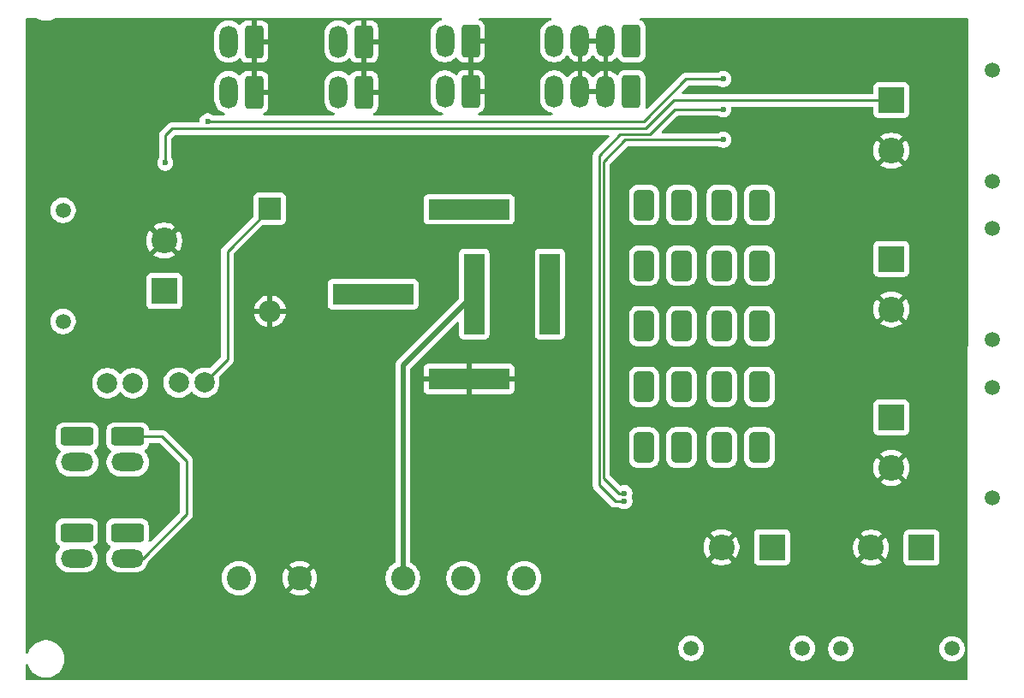
<source format=gbl>
G04 #@! TF.GenerationSoftware,KiCad,Pcbnew,9.0.0*
G04 #@! TF.CreationDate,2025-04-21T23:22:20+01:00*
G04 #@! TF.ProjectId,CapyPower,43617079-506f-4776-9572-2e6b69636164,rev?*
G04 #@! TF.SameCoordinates,Original*
G04 #@! TF.FileFunction,Copper,L2,Bot*
G04 #@! TF.FilePolarity,Positive*
%FSLAX46Y46*%
G04 Gerber Fmt 4.6, Leading zero omitted, Abs format (unit mm)*
G04 Created by KiCad (PCBNEW 9.0.0) date 2025-04-21 23:22:20*
%MOMM*%
%LPD*%
G01*
G04 APERTURE LIST*
G04 Aperture macros list*
%AMRoundRect*
0 Rectangle with rounded corners*
0 $1 Rounding radius*
0 $2 $3 $4 $5 $6 $7 $8 $9 X,Y pos of 4 corners*
0 Add a 4 corners polygon primitive as box body*
4,1,4,$2,$3,$4,$5,$6,$7,$8,$9,$2,$3,0*
0 Add four circle primitives for the rounded corners*
1,1,$1+$1,$2,$3*
1,1,$1+$1,$4,$5*
1,1,$1+$1,$6,$7*
1,1,$1+$1,$8,$9*
0 Add four rect primitives between the rounded corners*
20,1,$1+$1,$2,$3,$4,$5,0*
20,1,$1+$1,$4,$5,$6,$7,0*
20,1,$1+$1,$6,$7,$8,$9,0*
20,1,$1+$1,$8,$9,$2,$3,0*%
G04 Aperture macros list end*
G04 #@! TA.AperFunction,ComponentPad*
%ADD10C,2.400000*%
G04 #@! TD*
G04 #@! TA.AperFunction,ComponentPad*
%ADD11RoundRect,0.250000X0.650000X1.350000X-0.650000X1.350000X-0.650000X-1.350000X0.650000X-1.350000X0*%
G04 #@! TD*
G04 #@! TA.AperFunction,ComponentPad*
%ADD12O,1.800000X3.200000*%
G04 #@! TD*
G04 #@! TA.AperFunction,ComponentPad*
%ADD13R,8.000000X2.000000*%
G04 #@! TD*
G04 #@! TA.AperFunction,ComponentPad*
%ADD14R,2.000000X8.000000*%
G04 #@! TD*
G04 #@! TA.AperFunction,ComponentPad*
%ADD15RoundRect,0.393701X0.606299X1.106299X-0.606299X1.106299X-0.606299X-1.106299X0.606299X-1.106299X0*%
G04 #@! TD*
G04 #@! TA.AperFunction,ComponentPad*
%ADD16R,2.200000X2.200000*%
G04 #@! TD*
G04 #@! TA.AperFunction,ComponentPad*
%ADD17O,2.200000X2.200000*%
G04 #@! TD*
G04 #@! TA.AperFunction,ComponentPad*
%ADD18C,2.550000*%
G04 #@! TD*
G04 #@! TA.AperFunction,ComponentPad*
%ADD19R,2.550000X2.550000*%
G04 #@! TD*
G04 #@! TA.AperFunction,ComponentPad*
%ADD20C,1.508000*%
G04 #@! TD*
G04 #@! TA.AperFunction,ComponentPad*
%ADD21RoundRect,0.250000X-1.350000X0.650000X-1.350000X-0.650000X1.350000X-0.650000X1.350000X0.650000X0*%
G04 #@! TD*
G04 #@! TA.AperFunction,ComponentPad*
%ADD22O,3.200000X1.800000*%
G04 #@! TD*
G04 #@! TA.AperFunction,ComponentPad*
%ADD23C,2.000000*%
G04 #@! TD*
G04 #@! TA.AperFunction,ViaPad*
%ADD24C,0.600000*%
G04 #@! TD*
G04 #@! TA.AperFunction,Conductor*
%ADD25C,0.254000*%
G04 #@! TD*
G04 #@! TA.AperFunction,Conductor*
%ADD26C,0.508000*%
G04 #@! TD*
G04 APERTURE END LIST*
D10*
X78100000Y-99000000D03*
X84100000Y-99000000D03*
D11*
X90450000Y-50900000D03*
X90450000Y-45900000D03*
D12*
X87910000Y-50900000D03*
X87910000Y-45900000D03*
D13*
X91350000Y-70900000D03*
X100850000Y-62500000D03*
X100850000Y-79300000D03*
D14*
X101350000Y-70900000D03*
X108850000Y-70900000D03*
D15*
X129550000Y-62075000D03*
X125850000Y-62075000D03*
X121850000Y-62075000D03*
X118150000Y-62075000D03*
D16*
X81150000Y-62440000D03*
D17*
X81150000Y-72600000D03*
D15*
X129550000Y-80075000D03*
X125850000Y-80075000D03*
X121850000Y-80075000D03*
X118150000Y-80075000D03*
D11*
X79600000Y-50900000D03*
X79600000Y-45900000D03*
D12*
X77060000Y-50900000D03*
X77060000Y-45900000D03*
D18*
X70700000Y-65600000D03*
D19*
X70700000Y-70600000D03*
D20*
X60700000Y-62600000D03*
X60700000Y-73600000D03*
D21*
X67100000Y-85000000D03*
X62100000Y-85000000D03*
D22*
X67100000Y-87540000D03*
X62100000Y-87540000D03*
D18*
X142605750Y-72400000D03*
D19*
X142605750Y-67400000D03*
D20*
X152605750Y-75400000D03*
X152605750Y-64400000D03*
D11*
X100990000Y-50850000D03*
X100990000Y-45850000D03*
D12*
X98450000Y-50850000D03*
X98450000Y-45850000D03*
D21*
X67050000Y-94490000D03*
X62050000Y-94490000D03*
D22*
X67050000Y-97030000D03*
X62050000Y-97030000D03*
D18*
X125800000Y-95950000D03*
D19*
X130800000Y-95950000D03*
D20*
X122800000Y-105950000D03*
X133800000Y-105950000D03*
D23*
X67620000Y-79700000D03*
X65080000Y-79700000D03*
D10*
X94300000Y-99000000D03*
X100300000Y-99000000D03*
X106300000Y-99000000D03*
D23*
X74670000Y-79650000D03*
X72130000Y-79650000D03*
D18*
X140600000Y-96000000D03*
D19*
X145600000Y-96000000D03*
D20*
X137600000Y-106000000D03*
X148600000Y-106000000D03*
D15*
X129550000Y-68075000D03*
X125850000Y-68075000D03*
X121850000Y-68075000D03*
X118150000Y-68075000D03*
D18*
X142600000Y-56700000D03*
D19*
X142600000Y-51700000D03*
D20*
X152600000Y-59700000D03*
X152600000Y-48700000D03*
D18*
X142605750Y-88100000D03*
D19*
X142605750Y-83100000D03*
D20*
X152605750Y-91100000D03*
X152605750Y-80100000D03*
D15*
X129550000Y-74075000D03*
X125850000Y-74075000D03*
X121850000Y-74075000D03*
X118150000Y-74075000D03*
X129550000Y-86075000D03*
X125850000Y-86075000D03*
X121850000Y-86075000D03*
X118150000Y-86075000D03*
D11*
X116900000Y-50850000D03*
X116900000Y-45850000D03*
D12*
X114360000Y-50850000D03*
X114360000Y-45850000D03*
X111820000Y-50850000D03*
X111820000Y-45850000D03*
X109280000Y-50850000D03*
X109280000Y-45850000D03*
D24*
X75000000Y-53800000D03*
X116200000Y-90600000D03*
X116200000Y-91400000D03*
X126000000Y-52600000D03*
X129800000Y-52600000D03*
X129800000Y-49600000D03*
X126000000Y-49600000D03*
X126000000Y-55600000D03*
X70800000Y-57900000D03*
X68715000Y-51350000D03*
X68750000Y-47200000D03*
X120800000Y-108400000D03*
X64200000Y-103400000D03*
X120800000Y-102200000D03*
X57800000Y-103600000D03*
X129800000Y-55600000D03*
D25*
X75000000Y-53800000D02*
X118100000Y-53800000D01*
X122300000Y-49600000D02*
X126100000Y-49600000D01*
X118100000Y-53800000D02*
X122300000Y-49600000D01*
X121075000Y-51700000D02*
X142600000Y-51700000D01*
X118275000Y-54500000D02*
X121075000Y-51700000D01*
X71500000Y-54500000D02*
X118275000Y-54500000D01*
X70800000Y-55200000D02*
X71500000Y-54500000D01*
X70800000Y-57900000D02*
X70800000Y-55200000D01*
X114155000Y-89100000D02*
X115655000Y-90600000D01*
X115655000Y-90600000D02*
X116200000Y-90600000D01*
X114155000Y-57745000D02*
X114155000Y-89100000D01*
X116300000Y-55600000D02*
X114155000Y-57745000D01*
X126000000Y-55600000D02*
X116300000Y-55600000D01*
X115300000Y-91400000D02*
X116200000Y-91400000D01*
X113700000Y-89800000D02*
X115300000Y-91400000D01*
X121200000Y-52600000D02*
X126000000Y-52600000D01*
X113700000Y-57200000D02*
X115800000Y-55100000D01*
X115800000Y-55100000D02*
X118700000Y-55100000D01*
X113700000Y-89800000D02*
X113700000Y-57200000D01*
X118700000Y-55100000D02*
X121200000Y-52600000D01*
X76950000Y-66640000D02*
X81150000Y-62440000D01*
X74670000Y-79650000D02*
X76950000Y-77370000D01*
X76950000Y-77370000D02*
X76950000Y-66640000D01*
D26*
X95400000Y-76850000D02*
X94300000Y-77950000D01*
X94300000Y-77950000D02*
X94300000Y-99200000D01*
X95400000Y-76850000D02*
X101350000Y-70900000D01*
D25*
X68570000Y-97030000D02*
X67050000Y-97030000D01*
X67100000Y-85000000D02*
X70500000Y-85000000D01*
X72900000Y-92700000D02*
X68570000Y-97030000D01*
X70500000Y-85000000D02*
X72900000Y-87400000D01*
X72900000Y-87400000D02*
X72900000Y-92700000D01*
G04 #@! TA.AperFunction,Conductor*
G36*
X113847482Y-50637708D02*
G01*
X113810000Y-50777591D01*
X113810000Y-50922409D01*
X113847482Y-51062292D01*
X113869252Y-51100000D01*
X112310748Y-51100000D01*
X112332518Y-51062292D01*
X112370000Y-50922409D01*
X112370000Y-50777591D01*
X112332518Y-50637708D01*
X112310748Y-50600000D01*
X113869252Y-50600000D01*
X113847482Y-50637708D01*
G37*
G04 #@! TD.AperFunction*
G04 #@! TA.AperFunction,Conductor*
G36*
X58012452Y-43566612D02*
G01*
X58179788Y-43663224D01*
X58403900Y-43756054D01*
X58638211Y-43818838D01*
X58818586Y-43842584D01*
X58878711Y-43850500D01*
X58878712Y-43850500D01*
X59121289Y-43850500D01*
X59169388Y-43844167D01*
X59361789Y-43818838D01*
X59596100Y-43756054D01*
X59820212Y-43663224D01*
X59987547Y-43566612D01*
X60049547Y-43550000D01*
X98059274Y-43550000D01*
X98126313Y-43569685D01*
X98172068Y-43622489D01*
X98182012Y-43691647D01*
X98152987Y-43755203D01*
X98097592Y-43791931D01*
X97912396Y-43852103D01*
X97912393Y-43852104D01*
X97715974Y-43952187D01*
X97537641Y-44081752D01*
X97537636Y-44081756D01*
X97381756Y-44237636D01*
X97381752Y-44237641D01*
X97252187Y-44415974D01*
X97152104Y-44612393D01*
X97152103Y-44612396D01*
X97083985Y-44822047D01*
X97049500Y-45039778D01*
X97049500Y-46660221D01*
X97083985Y-46877952D01*
X97152103Y-47087603D01*
X97152104Y-47087606D01*
X97220122Y-47221096D01*
X97246912Y-47273674D01*
X97252187Y-47284025D01*
X97381752Y-47462358D01*
X97381756Y-47462363D01*
X97537636Y-47618243D01*
X97537641Y-47618247D01*
X97675416Y-47718345D01*
X97715978Y-47747815D01*
X97844375Y-47813237D01*
X97912393Y-47847895D01*
X97912396Y-47847896D01*
X98017221Y-47881955D01*
X98122049Y-47916015D01*
X98339778Y-47950500D01*
X98339779Y-47950500D01*
X98560221Y-47950500D01*
X98560222Y-47950500D01*
X98777951Y-47916015D01*
X98987606Y-47847895D01*
X99184022Y-47747815D01*
X99362365Y-47618242D01*
X99470683Y-47509923D01*
X99532002Y-47476441D01*
X99601694Y-47481425D01*
X99657628Y-47523296D01*
X99663900Y-47532510D01*
X99747684Y-47668345D01*
X99871654Y-47792315D01*
X100020875Y-47884356D01*
X100020880Y-47884358D01*
X100187302Y-47939505D01*
X100187309Y-47939506D01*
X100290019Y-47949999D01*
X100739999Y-47949999D01*
X100740000Y-47949998D01*
X100740000Y-46340747D01*
X100777708Y-46362518D01*
X100917591Y-46400000D01*
X101062409Y-46400000D01*
X101202292Y-46362518D01*
X101240000Y-46340747D01*
X101240000Y-47949999D01*
X101689972Y-47949999D01*
X101689986Y-47949998D01*
X101792697Y-47939505D01*
X101959119Y-47884358D01*
X101959124Y-47884356D01*
X102108345Y-47792315D01*
X102232315Y-47668345D01*
X102324356Y-47519124D01*
X102324358Y-47519119D01*
X102379505Y-47352697D01*
X102379506Y-47352690D01*
X102389999Y-47249986D01*
X102390000Y-47249973D01*
X102390000Y-46100000D01*
X101480748Y-46100000D01*
X101502518Y-46062292D01*
X101540000Y-45922409D01*
X101540000Y-45777591D01*
X101502518Y-45637708D01*
X101480748Y-45600000D01*
X102389999Y-45600000D01*
X102389999Y-44450028D01*
X102389998Y-44450013D01*
X102379505Y-44347302D01*
X102324358Y-44180880D01*
X102324356Y-44180875D01*
X102232315Y-44031654D01*
X102108345Y-43907684D01*
X101959124Y-43815643D01*
X101959119Y-43815641D01*
X101886886Y-43791706D01*
X101829441Y-43751934D01*
X101802618Y-43687418D01*
X101814933Y-43618642D01*
X101862476Y-43567442D01*
X101925890Y-43550000D01*
X108889274Y-43550000D01*
X108956313Y-43569685D01*
X109002068Y-43622489D01*
X109012012Y-43691647D01*
X108982987Y-43755203D01*
X108927592Y-43791931D01*
X108742396Y-43852103D01*
X108742393Y-43852104D01*
X108545974Y-43952187D01*
X108367641Y-44081752D01*
X108367636Y-44081756D01*
X108211756Y-44237636D01*
X108211752Y-44237641D01*
X108082187Y-44415974D01*
X107982104Y-44612393D01*
X107982103Y-44612396D01*
X107913985Y-44822047D01*
X107879500Y-45039778D01*
X107879500Y-46660221D01*
X107913985Y-46877952D01*
X107982103Y-47087603D01*
X107982104Y-47087606D01*
X108050122Y-47221096D01*
X108076912Y-47273674D01*
X108082187Y-47284025D01*
X108211752Y-47462358D01*
X108211756Y-47462363D01*
X108367636Y-47618243D01*
X108367641Y-47618247D01*
X108505416Y-47718345D01*
X108545978Y-47747815D01*
X108674375Y-47813237D01*
X108742393Y-47847895D01*
X108742396Y-47847896D01*
X108847221Y-47881955D01*
X108952049Y-47916015D01*
X109169778Y-47950500D01*
X109169779Y-47950500D01*
X109390221Y-47950500D01*
X109390222Y-47950500D01*
X109607951Y-47916015D01*
X109817606Y-47847895D01*
X110014022Y-47747815D01*
X110192365Y-47618242D01*
X110348242Y-47462365D01*
X110449991Y-47322317D01*
X110505320Y-47279653D01*
X110574933Y-47273674D01*
X110636729Y-47306279D01*
X110650627Y-47322318D01*
X110752142Y-47462041D01*
X110907958Y-47617857D01*
X111086239Y-47747386D01*
X111282589Y-47847432D01*
X111492163Y-47915526D01*
X111569999Y-47927854D01*
X111570000Y-47927854D01*
X111570000Y-46340747D01*
X111607708Y-46362518D01*
X111747591Y-46400000D01*
X111892409Y-46400000D01*
X112032292Y-46362518D01*
X112070000Y-46340747D01*
X112070000Y-47927854D01*
X112147834Y-47915526D01*
X112147837Y-47915526D01*
X112357410Y-47847432D01*
X112553760Y-47747386D01*
X112732041Y-47617857D01*
X112887857Y-47462041D01*
X112887862Y-47462035D01*
X112989682Y-47321893D01*
X113045012Y-47279227D01*
X113114625Y-47273248D01*
X113176420Y-47305854D01*
X113190318Y-47321893D01*
X113292137Y-47462035D01*
X113292142Y-47462041D01*
X113447958Y-47617857D01*
X113626239Y-47747386D01*
X113822589Y-47847432D01*
X114032163Y-47915526D01*
X114109999Y-47927854D01*
X114110000Y-47927854D01*
X114110000Y-46340747D01*
X114147708Y-46362518D01*
X114287591Y-46400000D01*
X114432409Y-46400000D01*
X114572292Y-46362518D01*
X114610000Y-46340747D01*
X114610000Y-47927854D01*
X114687834Y-47915526D01*
X114687837Y-47915526D01*
X114897410Y-47847432D01*
X115093760Y-47747386D01*
X115272037Y-47617860D01*
X115380046Y-47509851D01*
X115441369Y-47476366D01*
X115511061Y-47481350D01*
X115566995Y-47523221D01*
X115573263Y-47532430D01*
X115657288Y-47668656D01*
X115781344Y-47792712D01*
X115930666Y-47884814D01*
X116097203Y-47939999D01*
X116199991Y-47950500D01*
X117600008Y-47950499D01*
X117702797Y-47939999D01*
X117869334Y-47884814D01*
X118018656Y-47792712D01*
X118142712Y-47668656D01*
X118234814Y-47519334D01*
X118289999Y-47352797D01*
X118300500Y-47250009D01*
X118300499Y-44449992D01*
X118297024Y-44415978D01*
X118289999Y-44347203D01*
X118289998Y-44347200D01*
X118256991Y-44247592D01*
X118234814Y-44180666D01*
X118142712Y-44031344D01*
X118018656Y-43907288D01*
X117869334Y-43815186D01*
X117798473Y-43791705D01*
X117741030Y-43751933D01*
X117714207Y-43687417D01*
X117726522Y-43618642D01*
X117774065Y-43567442D01*
X117837479Y-43550000D01*
X150085907Y-43550000D01*
X150152946Y-43569685D01*
X150198701Y-43622489D01*
X150209907Y-43674111D01*
X150151235Y-108976111D01*
X150131490Y-109043133D01*
X150078645Y-109088841D01*
X150027235Y-109100000D01*
X57124500Y-109100000D01*
X57057461Y-109080315D01*
X57011706Y-109027511D01*
X57000500Y-108976000D01*
X57000500Y-107629420D01*
X57020185Y-107562381D01*
X57072989Y-107516626D01*
X57142147Y-107506682D01*
X57205703Y-107535707D01*
X57242154Y-107592427D01*
X57242643Y-107592262D01*
X57243308Y-107594222D01*
X57243477Y-107594485D01*
X57243856Y-107595838D01*
X57243945Y-107596098D01*
X57336773Y-107820205D01*
X57336776Y-107820212D01*
X57458064Y-108030289D01*
X57458066Y-108030292D01*
X57458067Y-108030293D01*
X57605733Y-108222736D01*
X57605739Y-108222743D01*
X57777256Y-108394260D01*
X57777262Y-108394265D01*
X57969711Y-108541936D01*
X58179788Y-108663224D01*
X58403900Y-108756054D01*
X58638211Y-108818838D01*
X58818586Y-108842584D01*
X58878711Y-108850500D01*
X58878712Y-108850500D01*
X59121289Y-108850500D01*
X59169388Y-108844167D01*
X59361789Y-108818838D01*
X59596100Y-108756054D01*
X59820212Y-108663224D01*
X60030289Y-108541936D01*
X60222738Y-108394265D01*
X60394265Y-108222738D01*
X60541936Y-108030289D01*
X60663224Y-107820212D01*
X60756054Y-107596100D01*
X60818838Y-107361789D01*
X60850500Y-107121288D01*
X60850500Y-106878712D01*
X60818838Y-106638211D01*
X60756054Y-106403900D01*
X60663224Y-106179788D01*
X60541936Y-105969711D01*
X60534448Y-105959953D01*
X60505237Y-105921883D01*
X60451048Y-105851263D01*
X121545500Y-105851263D01*
X121545500Y-106048736D01*
X121576389Y-106243763D01*
X121629668Y-106407738D01*
X121637409Y-106431561D01*
X121727056Y-106607501D01*
X121727058Y-106607504D01*
X121843115Y-106767246D01*
X121982753Y-106906884D01*
X122132234Y-107015486D01*
X122142499Y-107022944D01*
X122318439Y-107112591D01*
X122443637Y-107153270D01*
X122506236Y-107173610D01*
X122701264Y-107204500D01*
X122701269Y-107204500D01*
X122898736Y-107204500D01*
X123093763Y-107173610D01*
X123127676Y-107162591D01*
X123281561Y-107112591D01*
X123457501Y-107022944D01*
X123547192Y-106957779D01*
X123617246Y-106906884D01*
X123617248Y-106906881D01*
X123617252Y-106906879D01*
X123756879Y-106767252D01*
X123756881Y-106767248D01*
X123756884Y-106767246D01*
X123836617Y-106657501D01*
X123872944Y-106607501D01*
X123962591Y-106431561D01*
X124023610Y-106243763D01*
X124033743Y-106179785D01*
X124054500Y-106048736D01*
X124054500Y-105851263D01*
X132545500Y-105851263D01*
X132545500Y-106048736D01*
X132576389Y-106243763D01*
X132629668Y-106407738D01*
X132637409Y-106431561D01*
X132727056Y-106607501D01*
X132727058Y-106607504D01*
X132843115Y-106767246D01*
X132982753Y-106906884D01*
X133132234Y-107015486D01*
X133142499Y-107022944D01*
X133318439Y-107112591D01*
X133443637Y-107153270D01*
X133506236Y-107173610D01*
X133701264Y-107204500D01*
X133701269Y-107204500D01*
X133898736Y-107204500D01*
X134093763Y-107173610D01*
X134127676Y-107162591D01*
X134281561Y-107112591D01*
X134457501Y-107022944D01*
X134547192Y-106957779D01*
X134617246Y-106906884D01*
X134617248Y-106906881D01*
X134617252Y-106906879D01*
X134756879Y-106767252D01*
X134756881Y-106767248D01*
X134756884Y-106767246D01*
X134836617Y-106657501D01*
X134872944Y-106607501D01*
X134962591Y-106431561D01*
X135023610Y-106243763D01*
X135033743Y-106179785D01*
X135054500Y-106048736D01*
X135054500Y-105901263D01*
X136345500Y-105901263D01*
X136345500Y-106098736D01*
X136376389Y-106293763D01*
X136421162Y-106431558D01*
X136437409Y-106481561D01*
X136517229Y-106638214D01*
X136527058Y-106657504D01*
X136643115Y-106817246D01*
X136782753Y-106956884D01*
X136873675Y-107022941D01*
X136942499Y-107072944D01*
X137118439Y-107162591D01*
X137243637Y-107203270D01*
X137306236Y-107223610D01*
X137501264Y-107254500D01*
X137501269Y-107254500D01*
X137698736Y-107254500D01*
X137893763Y-107223610D01*
X138081561Y-107162591D01*
X138257501Y-107072944D01*
X138347192Y-107007779D01*
X138417246Y-106956884D01*
X138417248Y-106956881D01*
X138417252Y-106956879D01*
X138556879Y-106817252D01*
X138556881Y-106817248D01*
X138556884Y-106817246D01*
X138607779Y-106747192D01*
X138672944Y-106657501D01*
X138762591Y-106481561D01*
X138823610Y-106293763D01*
X138841662Y-106179788D01*
X138854500Y-106098736D01*
X138854500Y-105901263D01*
X147345500Y-105901263D01*
X147345500Y-106098736D01*
X147376389Y-106293763D01*
X147421162Y-106431558D01*
X147437409Y-106481561D01*
X147517229Y-106638214D01*
X147527058Y-106657504D01*
X147643115Y-106817246D01*
X147782753Y-106956884D01*
X147873675Y-107022941D01*
X147942499Y-107072944D01*
X148118439Y-107162591D01*
X148243637Y-107203270D01*
X148306236Y-107223610D01*
X148501264Y-107254500D01*
X148501269Y-107254500D01*
X148698736Y-107254500D01*
X148893763Y-107223610D01*
X149081561Y-107162591D01*
X149257501Y-107072944D01*
X149347192Y-107007779D01*
X149417246Y-106956884D01*
X149417248Y-106956881D01*
X149417252Y-106956879D01*
X149556879Y-106817252D01*
X149556881Y-106817248D01*
X149556884Y-106817246D01*
X149607779Y-106747192D01*
X149672944Y-106657501D01*
X149762591Y-106481561D01*
X149823610Y-106293763D01*
X149841662Y-106179788D01*
X149854500Y-106098736D01*
X149854500Y-105901263D01*
X149823610Y-105706236D01*
X149790954Y-105605733D01*
X149762591Y-105518439D01*
X149672944Y-105342499D01*
X149665486Y-105332234D01*
X149556884Y-105182753D01*
X149417246Y-105043115D01*
X149257504Y-104927058D01*
X149257503Y-104927057D01*
X149257501Y-104927056D01*
X149081561Y-104837409D01*
X149081558Y-104837408D01*
X148893763Y-104776389D01*
X148698736Y-104745500D01*
X148698731Y-104745500D01*
X148501269Y-104745500D01*
X148501264Y-104745500D01*
X148306236Y-104776389D01*
X148118441Y-104837408D01*
X147942495Y-104927058D01*
X147782753Y-105043115D01*
X147643115Y-105182753D01*
X147527058Y-105342495D01*
X147437408Y-105518441D01*
X147376389Y-105706236D01*
X147345500Y-105901263D01*
X138854500Y-105901263D01*
X138823610Y-105706236D01*
X138790954Y-105605733D01*
X138762591Y-105518439D01*
X138672944Y-105342499D01*
X138665486Y-105332234D01*
X138556884Y-105182753D01*
X138417246Y-105043115D01*
X138257504Y-104927058D01*
X138257503Y-104927057D01*
X138257501Y-104927056D01*
X138081561Y-104837409D01*
X138081558Y-104837408D01*
X137893763Y-104776389D01*
X137698736Y-104745500D01*
X137698731Y-104745500D01*
X137501269Y-104745500D01*
X137501264Y-104745500D01*
X137306236Y-104776389D01*
X137118441Y-104837408D01*
X136942495Y-104927058D01*
X136782753Y-105043115D01*
X136643115Y-105182753D01*
X136527058Y-105342495D01*
X136437408Y-105518441D01*
X136376389Y-105706236D01*
X136345500Y-105901263D01*
X135054500Y-105901263D01*
X135054500Y-105851263D01*
X135023610Y-105656236D01*
X135003270Y-105593637D01*
X134962591Y-105468439D01*
X134872944Y-105292499D01*
X134865486Y-105282234D01*
X134756884Y-105132753D01*
X134617246Y-104993115D01*
X134457504Y-104877058D01*
X134457503Y-104877057D01*
X134457501Y-104877056D01*
X134281561Y-104787409D01*
X134247645Y-104776389D01*
X134093763Y-104726389D01*
X133898736Y-104695500D01*
X133898731Y-104695500D01*
X133701269Y-104695500D01*
X133701264Y-104695500D01*
X133506236Y-104726389D01*
X133318441Y-104787408D01*
X133142495Y-104877058D01*
X132982753Y-104993115D01*
X132843115Y-105132753D01*
X132727058Y-105292495D01*
X132637408Y-105468441D01*
X132576389Y-105656236D01*
X132545500Y-105851263D01*
X124054500Y-105851263D01*
X124023610Y-105656236D01*
X124003270Y-105593637D01*
X123962591Y-105468439D01*
X123872944Y-105292499D01*
X123865486Y-105282234D01*
X123756884Y-105132753D01*
X123617246Y-104993115D01*
X123457504Y-104877058D01*
X123457503Y-104877057D01*
X123457501Y-104877056D01*
X123281561Y-104787409D01*
X123247645Y-104776389D01*
X123093763Y-104726389D01*
X122898736Y-104695500D01*
X122898731Y-104695500D01*
X122701269Y-104695500D01*
X122701264Y-104695500D01*
X122506236Y-104726389D01*
X122318441Y-104787408D01*
X122142495Y-104877058D01*
X121982753Y-104993115D01*
X121843115Y-105132753D01*
X121727058Y-105292495D01*
X121637408Y-105468441D01*
X121576389Y-105656236D01*
X121545500Y-105851263D01*
X60451048Y-105851263D01*
X60394266Y-105777263D01*
X60394260Y-105777256D01*
X60222743Y-105605739D01*
X60222736Y-105605733D01*
X60030293Y-105458067D01*
X60030292Y-105458066D01*
X60030289Y-105458064D01*
X59820212Y-105336776D01*
X59713318Y-105292499D01*
X59596104Y-105243947D01*
X59478944Y-105212554D01*
X59361789Y-105181162D01*
X59361788Y-105181161D01*
X59361785Y-105181161D01*
X59121289Y-105149500D01*
X59121288Y-105149500D01*
X58878712Y-105149500D01*
X58878711Y-105149500D01*
X58638214Y-105181161D01*
X58403895Y-105243947D01*
X58179794Y-105336773D01*
X58179785Y-105336777D01*
X57969706Y-105458067D01*
X57777263Y-105605733D01*
X57777256Y-105605739D01*
X57605739Y-105777256D01*
X57605733Y-105777263D01*
X57458067Y-105969706D01*
X57336777Y-106179785D01*
X57336773Y-106179794D01*
X57243945Y-106403901D01*
X57242643Y-106407738D01*
X57241438Y-106407329D01*
X57207905Y-106462337D01*
X57145057Y-106492863D01*
X57075682Y-106484565D01*
X57021806Y-106440077D01*
X57000535Y-106373524D01*
X57000500Y-106370579D01*
X57000500Y-98888549D01*
X76399500Y-98888549D01*
X76399500Y-99111450D01*
X76399501Y-99111466D01*
X76428594Y-99332452D01*
X76428595Y-99332457D01*
X76428596Y-99332463D01*
X76486290Y-99547780D01*
X76486293Y-99547790D01*
X76571593Y-99753722D01*
X76571595Y-99753726D01*
X76683052Y-99946774D01*
X76683057Y-99946780D01*
X76683058Y-99946782D01*
X76818751Y-100123622D01*
X76818757Y-100123629D01*
X76976370Y-100281242D01*
X76976376Y-100281247D01*
X77153226Y-100416948D01*
X77346274Y-100528405D01*
X77476140Y-100582197D01*
X77551074Y-100613236D01*
X77552219Y-100613710D01*
X77767537Y-100671404D01*
X77988543Y-100700500D01*
X77988550Y-100700500D01*
X78211450Y-100700500D01*
X78211457Y-100700500D01*
X78432463Y-100671404D01*
X78647781Y-100613710D01*
X78853726Y-100528405D01*
X79046774Y-100416948D01*
X79223624Y-100281247D01*
X79223629Y-100281242D01*
X79274550Y-100230322D01*
X79381242Y-100123629D01*
X79381247Y-100123624D01*
X79516948Y-99946774D01*
X79628405Y-99753726D01*
X79713710Y-99547781D01*
X79771404Y-99332463D01*
X79800500Y-99111457D01*
X79800500Y-98888575D01*
X82400000Y-98888575D01*
X82400000Y-99111424D01*
X82429085Y-99332354D01*
X82429088Y-99332367D01*
X82486763Y-99547618D01*
X82572045Y-99753502D01*
X82572054Y-99753520D01*
X82683464Y-99946491D01*
X82683473Y-99946504D01*
X82734040Y-100012403D01*
X82734043Y-100012403D01*
X83422421Y-99324024D01*
X83435359Y-99355258D01*
X83517437Y-99478097D01*
X83621903Y-99582563D01*
X83744742Y-99664641D01*
X83775974Y-99677577D01*
X83087595Y-100365955D01*
X83087595Y-100365956D01*
X83153507Y-100416533D01*
X83346485Y-100527949D01*
X83346497Y-100527954D01*
X83552381Y-100613236D01*
X83767632Y-100670911D01*
X83767645Y-100670914D01*
X83988575Y-100700000D01*
X84211425Y-100700000D01*
X84432354Y-100670914D01*
X84432367Y-100670911D01*
X84647618Y-100613236D01*
X84853502Y-100527954D01*
X84853514Y-100527949D01*
X85046498Y-100416530D01*
X85112403Y-100365957D01*
X85112404Y-100365956D01*
X84424025Y-99677578D01*
X84455258Y-99664641D01*
X84578097Y-99582563D01*
X84682563Y-99478097D01*
X84764641Y-99355258D01*
X84777578Y-99324025D01*
X85465956Y-100012404D01*
X85465957Y-100012403D01*
X85516530Y-99946498D01*
X85627949Y-99753514D01*
X85627954Y-99753502D01*
X85713236Y-99547618D01*
X85770911Y-99332367D01*
X85770914Y-99332354D01*
X85800000Y-99111424D01*
X85800000Y-98888575D01*
X85799997Y-98888549D01*
X92599500Y-98888549D01*
X92599500Y-99111450D01*
X92599501Y-99111466D01*
X92628594Y-99332452D01*
X92628595Y-99332457D01*
X92628596Y-99332463D01*
X92686290Y-99547780D01*
X92686293Y-99547790D01*
X92771593Y-99753722D01*
X92771595Y-99753726D01*
X92883052Y-99946774D01*
X92883057Y-99946780D01*
X92883058Y-99946782D01*
X93018751Y-100123622D01*
X93018757Y-100123629D01*
X93176370Y-100281242D01*
X93176376Y-100281247D01*
X93353226Y-100416948D01*
X93546274Y-100528405D01*
X93676140Y-100582197D01*
X93751074Y-100613236D01*
X93752219Y-100613710D01*
X93967537Y-100671404D01*
X94188543Y-100700500D01*
X94188550Y-100700500D01*
X94411450Y-100700500D01*
X94411457Y-100700500D01*
X94632463Y-100671404D01*
X94847781Y-100613710D01*
X95053726Y-100528405D01*
X95246774Y-100416948D01*
X95423624Y-100281247D01*
X95581247Y-100123624D01*
X95716948Y-99946774D01*
X95828405Y-99753726D01*
X95913710Y-99547781D01*
X95971404Y-99332463D01*
X96000500Y-99111457D01*
X96000500Y-98888549D01*
X98599500Y-98888549D01*
X98599500Y-99111450D01*
X98599501Y-99111466D01*
X98628594Y-99332452D01*
X98628595Y-99332457D01*
X98628596Y-99332463D01*
X98686290Y-99547780D01*
X98686293Y-99547790D01*
X98771593Y-99753722D01*
X98771595Y-99753726D01*
X98883052Y-99946774D01*
X98883057Y-99946780D01*
X98883058Y-99946782D01*
X99018751Y-100123622D01*
X99018757Y-100123629D01*
X99176370Y-100281242D01*
X99176376Y-100281247D01*
X99353226Y-100416948D01*
X99546274Y-100528405D01*
X99676140Y-100582197D01*
X99751074Y-100613236D01*
X99752219Y-100613710D01*
X99967537Y-100671404D01*
X100188543Y-100700500D01*
X100188550Y-100700500D01*
X100411450Y-100700500D01*
X100411457Y-100700500D01*
X100632463Y-100671404D01*
X100847781Y-100613710D01*
X101053726Y-100528405D01*
X101246774Y-100416948D01*
X101423624Y-100281247D01*
X101581247Y-100123624D01*
X101716948Y-99946774D01*
X101828405Y-99753726D01*
X101913710Y-99547781D01*
X101971404Y-99332463D01*
X102000500Y-99111457D01*
X102000500Y-98888549D01*
X104599500Y-98888549D01*
X104599500Y-99111450D01*
X104599501Y-99111466D01*
X104628594Y-99332452D01*
X104628595Y-99332457D01*
X104628596Y-99332463D01*
X104686290Y-99547780D01*
X104686293Y-99547790D01*
X104771593Y-99753722D01*
X104771595Y-99753726D01*
X104883052Y-99946774D01*
X104883057Y-99946780D01*
X104883058Y-99946782D01*
X105018751Y-100123622D01*
X105018757Y-100123629D01*
X105176370Y-100281242D01*
X105176376Y-100281247D01*
X105353226Y-100416948D01*
X105546274Y-100528405D01*
X105676140Y-100582197D01*
X105751074Y-100613236D01*
X105752219Y-100613710D01*
X105967537Y-100671404D01*
X106188543Y-100700500D01*
X106188550Y-100700500D01*
X106411450Y-100700500D01*
X106411457Y-100700500D01*
X106632463Y-100671404D01*
X106847781Y-100613710D01*
X107053726Y-100528405D01*
X107246774Y-100416948D01*
X107423624Y-100281247D01*
X107581247Y-100123624D01*
X107716948Y-99946774D01*
X107828405Y-99753726D01*
X107913710Y-99547781D01*
X107971404Y-99332463D01*
X108000500Y-99111457D01*
X108000500Y-98888543D01*
X107971404Y-98667537D01*
X107913710Y-98452219D01*
X107828405Y-98246274D01*
X107716948Y-98053226D01*
X107631880Y-97942363D01*
X107581248Y-97876377D01*
X107581242Y-97876370D01*
X107423629Y-97718757D01*
X107423622Y-97718751D01*
X107246782Y-97583058D01*
X107246780Y-97583057D01*
X107246774Y-97583052D01*
X107053726Y-97471595D01*
X107053716Y-97471590D01*
X106967926Y-97436055D01*
X106967925Y-97436055D01*
X106847790Y-97386293D01*
X106847783Y-97386291D01*
X106847781Y-97386290D01*
X106632463Y-97328596D01*
X106632457Y-97328595D01*
X106632452Y-97328594D01*
X106411466Y-97299501D01*
X106411463Y-97299500D01*
X106411457Y-97299500D01*
X106188543Y-97299500D01*
X106188537Y-97299500D01*
X106188533Y-97299501D01*
X105967547Y-97328594D01*
X105967540Y-97328595D01*
X105967537Y-97328596D01*
X105815082Y-97369446D01*
X105752219Y-97386290D01*
X105752209Y-97386293D01*
X105546277Y-97471593D01*
X105546273Y-97471595D01*
X105353226Y-97583052D01*
X105353217Y-97583058D01*
X105176377Y-97718751D01*
X105176370Y-97718757D01*
X105018757Y-97876370D01*
X105018751Y-97876377D01*
X104883058Y-98053217D01*
X104883052Y-98053226D01*
X104771595Y-98246273D01*
X104771593Y-98246277D01*
X104686293Y-98452209D01*
X104686290Y-98452219D01*
X104628597Y-98667534D01*
X104628594Y-98667547D01*
X104599501Y-98888533D01*
X104599500Y-98888549D01*
X102000500Y-98888549D01*
X102000500Y-98888543D01*
X101971404Y-98667537D01*
X101913710Y-98452219D01*
X101828405Y-98246274D01*
X101716948Y-98053226D01*
X101631880Y-97942363D01*
X101581248Y-97876377D01*
X101581242Y-97876370D01*
X101423629Y-97718757D01*
X101423622Y-97718751D01*
X101246782Y-97583058D01*
X101246780Y-97583057D01*
X101246774Y-97583052D01*
X101053726Y-97471595D01*
X101053722Y-97471593D01*
X100847790Y-97386293D01*
X100847783Y-97386291D01*
X100847781Y-97386290D01*
X100632463Y-97328596D01*
X100632457Y-97328595D01*
X100632452Y-97328594D01*
X100411466Y-97299501D01*
X100411463Y-97299500D01*
X100411457Y-97299500D01*
X100188543Y-97299500D01*
X100188537Y-97299500D01*
X100188533Y-97299501D01*
X99967547Y-97328594D01*
X99967540Y-97328595D01*
X99967537Y-97328596D01*
X99815082Y-97369446D01*
X99752219Y-97386290D01*
X99752209Y-97386293D01*
X99546277Y-97471593D01*
X99546273Y-97471595D01*
X99353226Y-97583052D01*
X99353217Y-97583058D01*
X99176377Y-97718751D01*
X99176370Y-97718757D01*
X99018757Y-97876370D01*
X99018751Y-97876377D01*
X98883058Y-98053217D01*
X98883052Y-98053226D01*
X98771595Y-98246273D01*
X98771593Y-98246277D01*
X98686293Y-98452209D01*
X98686290Y-98452219D01*
X98628597Y-98667534D01*
X98628594Y-98667547D01*
X98599501Y-98888533D01*
X98599500Y-98888549D01*
X96000500Y-98888549D01*
X96000500Y-98888543D01*
X95971404Y-98667537D01*
X95913710Y-98452219D01*
X95828405Y-98246274D01*
X95716948Y-98053226D01*
X95631880Y-97942363D01*
X95581248Y-97876377D01*
X95581242Y-97876370D01*
X95423629Y-97718757D01*
X95423622Y-97718751D01*
X95246782Y-97583058D01*
X95246780Y-97583057D01*
X95246774Y-97583052D01*
X95246766Y-97583047D01*
X95246761Y-97583044D01*
X95116499Y-97507835D01*
X95068284Y-97457268D01*
X95054500Y-97400449D01*
X95054500Y-95833659D01*
X124025000Y-95833659D01*
X124025000Y-96066340D01*
X124055369Y-96297024D01*
X124115592Y-96521779D01*
X124204632Y-96736740D01*
X124204636Y-96736750D01*
X124320970Y-96938248D01*
X124380551Y-97015894D01*
X125045884Y-96350560D01*
X125046740Y-96352626D01*
X125139762Y-96491844D01*
X125258156Y-96610238D01*
X125397374Y-96703260D01*
X125399437Y-96704114D01*
X124734104Y-97369446D01*
X124734104Y-97369447D01*
X124811752Y-97429029D01*
X125013249Y-97545363D01*
X125013259Y-97545367D01*
X125228220Y-97634407D01*
X125452975Y-97694630D01*
X125683659Y-97725000D01*
X125916341Y-97725000D01*
X126147024Y-97694630D01*
X126371779Y-97634407D01*
X126586740Y-97545367D01*
X126586750Y-97545363D01*
X126788255Y-97429024D01*
X126865894Y-97369447D01*
X126865894Y-97369446D01*
X126200562Y-96704114D01*
X126202626Y-96703260D01*
X126341844Y-96610238D01*
X126460238Y-96491844D01*
X126553260Y-96352626D01*
X126554114Y-96350562D01*
X127219446Y-97015894D01*
X127219447Y-97015894D01*
X127279024Y-96938255D01*
X127395363Y-96736750D01*
X127395367Y-96736740D01*
X127484407Y-96521779D01*
X127544630Y-96297024D01*
X127575000Y-96066340D01*
X127575000Y-95833659D01*
X127544630Y-95602975D01*
X127484407Y-95378220D01*
X127395367Y-95163259D01*
X127395363Y-95163249D01*
X127279029Y-94961752D01*
X127219447Y-94884104D01*
X127219446Y-94884104D01*
X126554114Y-95549436D01*
X126553260Y-95547374D01*
X126460238Y-95408156D01*
X126341844Y-95289762D01*
X126202626Y-95196740D01*
X126200560Y-95195884D01*
X126769311Y-94627135D01*
X129024500Y-94627135D01*
X129024500Y-97272870D01*
X129024501Y-97272876D01*
X129030908Y-97332483D01*
X129081202Y-97467328D01*
X129081206Y-97467335D01*
X129167452Y-97582544D01*
X129167455Y-97582547D01*
X129282664Y-97668793D01*
X129282671Y-97668797D01*
X129417517Y-97719091D01*
X129417516Y-97719091D01*
X129424444Y-97719835D01*
X129477127Y-97725500D01*
X132122872Y-97725499D01*
X132182483Y-97719091D01*
X132317331Y-97668796D01*
X132432546Y-97582546D01*
X132518796Y-97467331D01*
X132569091Y-97332483D01*
X132575500Y-97272873D01*
X132575499Y-95883659D01*
X138825000Y-95883659D01*
X138825000Y-96116340D01*
X138855369Y-96347024D01*
X138915592Y-96571779D01*
X139004632Y-96786740D01*
X139004636Y-96786750D01*
X139120970Y-96988248D01*
X139180551Y-97065894D01*
X139845884Y-96400560D01*
X139846740Y-96402626D01*
X139939762Y-96541844D01*
X140058156Y-96660238D01*
X140197374Y-96753260D01*
X140199437Y-96754114D01*
X139534104Y-97419446D01*
X139534104Y-97419447D01*
X139611752Y-97479029D01*
X139813249Y-97595363D01*
X139813259Y-97595367D01*
X140028220Y-97684407D01*
X140252975Y-97744630D01*
X140483659Y-97775000D01*
X140716341Y-97775000D01*
X140947024Y-97744630D01*
X141171779Y-97684407D01*
X141386740Y-97595367D01*
X141386750Y-97595363D01*
X141588255Y-97479024D01*
X141665894Y-97419447D01*
X141665894Y-97419446D01*
X141000562Y-96754114D01*
X141002626Y-96753260D01*
X141141844Y-96660238D01*
X141260238Y-96541844D01*
X141353260Y-96402626D01*
X141354114Y-96400562D01*
X142019446Y-97065894D01*
X142019447Y-97065894D01*
X142079024Y-96988255D01*
X142195363Y-96786750D01*
X142195367Y-96786740D01*
X142284407Y-96571779D01*
X142344630Y-96347024D01*
X142375000Y-96116340D01*
X142375000Y-95883659D01*
X142344630Y-95652975D01*
X142284407Y-95428220D01*
X142195367Y-95213259D01*
X142195363Y-95213249D01*
X142079029Y-95011752D01*
X142019447Y-94934104D01*
X142019446Y-94934104D01*
X141354114Y-95599436D01*
X141353260Y-95597374D01*
X141260238Y-95458156D01*
X141141844Y-95339762D01*
X141002626Y-95246740D01*
X141000560Y-95245884D01*
X141569311Y-94677135D01*
X143824500Y-94677135D01*
X143824500Y-97322870D01*
X143824501Y-97322876D01*
X143830908Y-97382483D01*
X143881202Y-97517328D01*
X143881206Y-97517335D01*
X143967452Y-97632544D01*
X143967455Y-97632547D01*
X144082664Y-97718793D01*
X144082671Y-97718797D01*
X144217517Y-97769091D01*
X144217516Y-97769091D01*
X144224444Y-97769835D01*
X144277127Y-97775500D01*
X146922872Y-97775499D01*
X146982483Y-97769091D01*
X147117331Y-97718796D01*
X147232546Y-97632546D01*
X147318796Y-97517331D01*
X147369091Y-97382483D01*
X147375500Y-97322873D01*
X147375499Y-94677128D01*
X147369091Y-94617517D01*
X147355303Y-94580550D01*
X147318797Y-94482671D01*
X147318793Y-94482664D01*
X147232547Y-94367455D01*
X147232544Y-94367452D01*
X147117335Y-94281206D01*
X147117328Y-94281202D01*
X146982482Y-94230908D01*
X146982483Y-94230908D01*
X146922883Y-94224501D01*
X146922881Y-94224500D01*
X146922873Y-94224500D01*
X146922864Y-94224500D01*
X144277129Y-94224500D01*
X144277123Y-94224501D01*
X144217516Y-94230908D01*
X144082671Y-94281202D01*
X144082664Y-94281206D01*
X143967455Y-94367452D01*
X143967452Y-94367455D01*
X143881206Y-94482664D01*
X143881202Y-94482671D01*
X143830908Y-94617517D01*
X143824501Y-94677116D01*
X143824501Y-94677123D01*
X143824500Y-94677135D01*
X141569311Y-94677135D01*
X141660321Y-94586125D01*
X141665894Y-94580551D01*
X141588248Y-94520970D01*
X141386750Y-94404636D01*
X141386740Y-94404632D01*
X141171779Y-94315592D01*
X140947024Y-94255369D01*
X140716341Y-94225000D01*
X140483659Y-94225000D01*
X140252975Y-94255369D01*
X140028220Y-94315592D01*
X139813259Y-94404632D01*
X139813249Y-94404636D01*
X139611747Y-94520973D01*
X139534104Y-94580550D01*
X139534104Y-94580551D01*
X140199438Y-95245885D01*
X140197374Y-95246740D01*
X140058156Y-95339762D01*
X139939762Y-95458156D01*
X139846740Y-95597374D01*
X139845885Y-95599438D01*
X139180551Y-94934104D01*
X139180550Y-94934104D01*
X139120973Y-95011747D01*
X139004636Y-95213249D01*
X139004632Y-95213259D01*
X138915592Y-95428220D01*
X138855369Y-95652975D01*
X138825000Y-95883659D01*
X132575499Y-95883659D01*
X132575499Y-94627128D01*
X132569091Y-94567517D01*
X132555303Y-94530550D01*
X132518797Y-94432671D01*
X132518793Y-94432664D01*
X132432547Y-94317455D01*
X132432544Y-94317452D01*
X132317335Y-94231206D01*
X132317328Y-94231202D01*
X132182482Y-94180908D01*
X132182483Y-94180908D01*
X132122883Y-94174501D01*
X132122881Y-94174500D01*
X132122873Y-94174500D01*
X132122864Y-94174500D01*
X129477129Y-94174500D01*
X129477123Y-94174501D01*
X129417516Y-94180908D01*
X129282671Y-94231202D01*
X129282664Y-94231206D01*
X129167455Y-94317452D01*
X129167452Y-94317455D01*
X129081206Y-94432664D01*
X129081202Y-94432671D01*
X129030908Y-94567517D01*
X129028908Y-94586125D01*
X129024501Y-94627123D01*
X129024500Y-94627135D01*
X126769311Y-94627135D01*
X126860321Y-94536125D01*
X126865894Y-94530551D01*
X126788248Y-94470970D01*
X126586750Y-94354636D01*
X126586740Y-94354632D01*
X126371779Y-94265592D01*
X126147024Y-94205369D01*
X125916341Y-94175000D01*
X125683659Y-94175000D01*
X125452975Y-94205369D01*
X125228220Y-94265592D01*
X125013259Y-94354632D01*
X125013249Y-94354636D01*
X124811747Y-94470973D01*
X124734104Y-94530550D01*
X124734104Y-94530551D01*
X125399438Y-95195885D01*
X125397374Y-95196740D01*
X125258156Y-95289762D01*
X125139762Y-95408156D01*
X125046740Y-95547374D01*
X125045885Y-95549438D01*
X124380551Y-94884104D01*
X124380550Y-94884104D01*
X124320973Y-94961747D01*
X124204636Y-95163249D01*
X124204632Y-95163259D01*
X124115592Y-95378220D01*
X124055369Y-95602975D01*
X124025000Y-95833659D01*
X95054500Y-95833659D01*
X95054500Y-78313885D01*
X95063144Y-78284444D01*
X95069668Y-78254458D01*
X95071392Y-78252155D01*
X96350000Y-78252155D01*
X96350000Y-79050000D01*
X97141759Y-79050000D01*
X97128822Y-79081233D01*
X97100000Y-79226131D01*
X97100000Y-79373869D01*
X97128822Y-79518767D01*
X97141759Y-79550000D01*
X96350000Y-79550000D01*
X96350000Y-80347844D01*
X96356401Y-80407372D01*
X96356403Y-80407379D01*
X96406645Y-80542086D01*
X96406649Y-80542093D01*
X96492809Y-80657187D01*
X96492812Y-80657190D01*
X96607906Y-80743350D01*
X96607913Y-80743354D01*
X96742620Y-80793596D01*
X96742627Y-80793598D01*
X96802155Y-80799999D01*
X96802172Y-80800000D01*
X100600000Y-80800000D01*
X100600000Y-80050000D01*
X101100000Y-80050000D01*
X101100000Y-80800000D01*
X104897828Y-80800000D01*
X104897844Y-80799999D01*
X104957372Y-80793598D01*
X104957379Y-80793596D01*
X105092086Y-80743354D01*
X105092093Y-80743350D01*
X105207187Y-80657190D01*
X105207190Y-80657187D01*
X105293350Y-80542093D01*
X105293354Y-80542086D01*
X105343596Y-80407379D01*
X105343598Y-80407372D01*
X105349999Y-80347844D01*
X105350000Y-80347827D01*
X105350000Y-79550000D01*
X104558241Y-79550000D01*
X104571178Y-79518767D01*
X104600000Y-79373869D01*
X104600000Y-79226131D01*
X104571178Y-79081233D01*
X104558241Y-79050000D01*
X105350000Y-79050000D01*
X105350000Y-78252172D01*
X105349999Y-78252155D01*
X105343598Y-78192627D01*
X105343596Y-78192620D01*
X105293354Y-78057913D01*
X105293350Y-78057906D01*
X105207190Y-77942812D01*
X105207187Y-77942809D01*
X105092093Y-77856649D01*
X105092086Y-77856645D01*
X104957379Y-77806403D01*
X104957372Y-77806401D01*
X104897844Y-77800000D01*
X101100000Y-77800000D01*
X101100000Y-78550000D01*
X100600000Y-78550000D01*
X100600000Y-77800000D01*
X96802155Y-77800000D01*
X96742627Y-77806401D01*
X96742620Y-77806403D01*
X96607913Y-77856645D01*
X96607906Y-77856649D01*
X96492812Y-77942809D01*
X96492809Y-77942812D01*
X96406649Y-78057906D01*
X96406645Y-78057913D01*
X96356403Y-78192620D01*
X96356401Y-78192627D01*
X96350000Y-78252155D01*
X95071392Y-78252155D01*
X95073422Y-78249442D01*
X95074185Y-78246846D01*
X95090815Y-78226208D01*
X95870756Y-77446266D01*
X95870761Y-77446263D01*
X95880964Y-77436059D01*
X95880966Y-77436059D01*
X99637821Y-73679201D01*
X99699142Y-73645718D01*
X99768834Y-73650702D01*
X99824767Y-73692574D01*
X99849184Y-73758038D01*
X99849500Y-73766884D01*
X99849500Y-74947870D01*
X99849501Y-74947876D01*
X99855908Y-75007483D01*
X99906202Y-75142328D01*
X99906206Y-75142335D01*
X99992452Y-75257544D01*
X99992455Y-75257547D01*
X100107664Y-75343793D01*
X100107671Y-75343797D01*
X100242517Y-75394091D01*
X100242516Y-75394091D01*
X100249444Y-75394835D01*
X100302127Y-75400500D01*
X102397872Y-75400499D01*
X102457483Y-75394091D01*
X102592331Y-75343796D01*
X102707546Y-75257546D01*
X102793796Y-75142331D01*
X102844091Y-75007483D01*
X102850500Y-74947873D01*
X102850499Y-66852135D01*
X107349500Y-66852135D01*
X107349500Y-74947870D01*
X107349501Y-74947876D01*
X107355908Y-75007483D01*
X107406202Y-75142328D01*
X107406206Y-75142335D01*
X107492452Y-75257544D01*
X107492455Y-75257547D01*
X107607664Y-75343793D01*
X107607671Y-75343797D01*
X107742517Y-75394091D01*
X107742516Y-75394091D01*
X107749444Y-75394835D01*
X107802127Y-75400500D01*
X109897872Y-75400499D01*
X109957483Y-75394091D01*
X110092331Y-75343796D01*
X110207546Y-75257546D01*
X110293796Y-75142331D01*
X110344091Y-75007483D01*
X110350500Y-74947873D01*
X110350499Y-66852128D01*
X110344091Y-66792517D01*
X110293796Y-66657669D01*
X110293795Y-66657668D01*
X110293793Y-66657664D01*
X110207547Y-66542455D01*
X110207544Y-66542452D01*
X110092335Y-66456206D01*
X110092328Y-66456202D01*
X109957482Y-66405908D01*
X109957483Y-66405908D01*
X109897883Y-66399501D01*
X109897881Y-66399500D01*
X109897873Y-66399500D01*
X109897864Y-66399500D01*
X107802129Y-66399500D01*
X107802123Y-66399501D01*
X107742516Y-66405908D01*
X107607671Y-66456202D01*
X107607664Y-66456206D01*
X107492455Y-66542452D01*
X107492452Y-66542455D01*
X107406206Y-66657664D01*
X107406202Y-66657671D01*
X107355908Y-66792517D01*
X107349501Y-66852116D01*
X107349501Y-66852123D01*
X107349500Y-66852135D01*
X102850499Y-66852135D01*
X102850499Y-66852128D01*
X102844091Y-66792517D01*
X102793796Y-66657669D01*
X102793795Y-66657668D01*
X102793793Y-66657664D01*
X102707547Y-66542455D01*
X102707544Y-66542452D01*
X102592335Y-66456206D01*
X102592328Y-66456202D01*
X102457482Y-66405908D01*
X102457483Y-66405908D01*
X102397883Y-66399501D01*
X102397881Y-66399500D01*
X102397873Y-66399500D01*
X102397864Y-66399500D01*
X100302129Y-66399500D01*
X100302123Y-66399501D01*
X100242516Y-66405908D01*
X100107671Y-66456202D01*
X100107664Y-66456206D01*
X99992455Y-66542452D01*
X99992452Y-66542455D01*
X99906206Y-66657664D01*
X99906202Y-66657671D01*
X99855908Y-66792517D01*
X99849501Y-66852116D01*
X99849501Y-66852123D01*
X99849500Y-66852135D01*
X99849500Y-71282113D01*
X99829815Y-71349152D01*
X99813181Y-71369794D01*
X94813939Y-76369036D01*
X93713943Y-77469030D01*
X93713942Y-77469031D01*
X93631372Y-77592607D01*
X93631366Y-77592618D01*
X93574496Y-77729916D01*
X93574495Y-77729921D01*
X93545499Y-77875685D01*
X93545499Y-78030425D01*
X93545500Y-78030446D01*
X93545500Y-97400449D01*
X93525815Y-97467488D01*
X93483501Y-97507835D01*
X93353238Y-97583044D01*
X93353217Y-97583058D01*
X93176377Y-97718751D01*
X93176370Y-97718757D01*
X93018757Y-97876370D01*
X93018751Y-97876377D01*
X92883058Y-98053217D01*
X92883052Y-98053226D01*
X92771595Y-98246273D01*
X92771593Y-98246277D01*
X92686293Y-98452209D01*
X92686290Y-98452219D01*
X92628597Y-98667534D01*
X92628594Y-98667547D01*
X92599501Y-98888533D01*
X92599500Y-98888549D01*
X85799997Y-98888549D01*
X85770914Y-98667645D01*
X85770911Y-98667632D01*
X85713236Y-98452381D01*
X85627954Y-98246497D01*
X85627949Y-98246485D01*
X85516533Y-98053507D01*
X85465956Y-97987595D01*
X85465955Y-97987595D01*
X84777577Y-98675973D01*
X84764641Y-98644742D01*
X84682563Y-98521903D01*
X84578097Y-98417437D01*
X84455258Y-98335359D01*
X84424024Y-98322421D01*
X85112403Y-97634043D01*
X85112403Y-97634040D01*
X85046504Y-97583473D01*
X85046491Y-97583464D01*
X84853520Y-97472054D01*
X84853502Y-97472045D01*
X84647618Y-97386763D01*
X84432367Y-97329088D01*
X84432354Y-97329085D01*
X84211425Y-97300000D01*
X83988575Y-97300000D01*
X83767645Y-97329085D01*
X83767632Y-97329088D01*
X83552381Y-97386763D01*
X83346497Y-97472045D01*
X83346479Y-97472054D01*
X83153511Y-97583462D01*
X83087595Y-97634042D01*
X83775975Y-98322421D01*
X83744742Y-98335359D01*
X83621903Y-98417437D01*
X83517437Y-98521903D01*
X83435359Y-98644742D01*
X83422421Y-98675974D01*
X82734042Y-97987595D01*
X82683462Y-98053511D01*
X82572054Y-98246479D01*
X82572045Y-98246497D01*
X82486763Y-98452381D01*
X82429088Y-98667632D01*
X82429085Y-98667645D01*
X82400000Y-98888575D01*
X79800500Y-98888575D01*
X79800500Y-98888543D01*
X79771404Y-98667537D01*
X79713710Y-98452219D01*
X79628405Y-98246274D01*
X79516948Y-98053226D01*
X79431880Y-97942363D01*
X79381248Y-97876377D01*
X79381242Y-97876370D01*
X79223629Y-97718757D01*
X79223622Y-97718751D01*
X79046782Y-97583058D01*
X79046780Y-97583057D01*
X79046774Y-97583052D01*
X78853726Y-97471595D01*
X78853722Y-97471593D01*
X78647790Y-97386293D01*
X78647783Y-97386291D01*
X78647781Y-97386290D01*
X78432463Y-97328596D01*
X78432457Y-97328595D01*
X78432452Y-97328594D01*
X78211466Y-97299501D01*
X78211463Y-97299500D01*
X78211457Y-97299500D01*
X77988543Y-97299500D01*
X77988537Y-97299500D01*
X77988533Y-97299501D01*
X77767547Y-97328594D01*
X77767540Y-97328595D01*
X77767537Y-97328596D01*
X77615082Y-97369446D01*
X77552219Y-97386290D01*
X77552209Y-97386293D01*
X77346277Y-97471593D01*
X77346273Y-97471595D01*
X77153226Y-97583052D01*
X77153217Y-97583058D01*
X76976377Y-97718751D01*
X76976370Y-97718757D01*
X76818757Y-97876370D01*
X76818751Y-97876377D01*
X76683058Y-98053217D01*
X76683052Y-98053226D01*
X76571595Y-98246273D01*
X76571593Y-98246277D01*
X76486293Y-98452209D01*
X76486290Y-98452219D01*
X76428597Y-98667534D01*
X76428594Y-98667547D01*
X76399501Y-98888533D01*
X76399500Y-98888549D01*
X57000500Y-98888549D01*
X57000500Y-93789983D01*
X59949500Y-93789983D01*
X59949500Y-95190001D01*
X59949501Y-95190018D01*
X59960000Y-95292796D01*
X59960001Y-95292799D01*
X59977161Y-95344583D01*
X60015186Y-95459334D01*
X60107288Y-95608656D01*
X60231344Y-95732712D01*
X60347202Y-95804173D01*
X60367125Y-95816462D01*
X60413850Y-95868410D01*
X60425073Y-95937372D01*
X60397229Y-96001455D01*
X60389711Y-96009682D01*
X60281751Y-96117642D01*
X60152187Y-96295974D01*
X60052104Y-96492393D01*
X60052103Y-96492396D01*
X59983985Y-96702047D01*
X59949500Y-96919778D01*
X59949500Y-97140221D01*
X59983985Y-97357952D01*
X60052103Y-97567603D01*
X60052104Y-97567606D01*
X60086142Y-97634407D01*
X60142304Y-97744630D01*
X60152187Y-97764025D01*
X60281752Y-97942358D01*
X60281756Y-97942363D01*
X60437636Y-98098243D01*
X60437641Y-98098247D01*
X60593192Y-98211260D01*
X60615978Y-98227815D01*
X60716084Y-98278822D01*
X60812393Y-98327895D01*
X60812396Y-98327896D01*
X60917221Y-98361955D01*
X61022049Y-98396015D01*
X61239778Y-98430500D01*
X61239779Y-98430500D01*
X62860221Y-98430500D01*
X62860222Y-98430500D01*
X63077951Y-98396015D01*
X63287606Y-98327895D01*
X63484022Y-98227815D01*
X63662365Y-98098242D01*
X63818242Y-97942365D01*
X63947815Y-97764022D01*
X64047895Y-97567606D01*
X64116015Y-97357951D01*
X64150500Y-97140222D01*
X64150500Y-96919778D01*
X64116015Y-96702049D01*
X64047895Y-96492394D01*
X64047895Y-96492393D01*
X63977151Y-96353553D01*
X63947815Y-96295978D01*
X63876584Y-96197936D01*
X63818247Y-96117641D01*
X63818243Y-96117636D01*
X63710289Y-96009682D01*
X63676804Y-95948359D01*
X63681788Y-95878667D01*
X63723660Y-95822734D01*
X63732866Y-95816467D01*
X63868656Y-95732712D01*
X63992712Y-95608656D01*
X64084814Y-95459334D01*
X64139999Y-95292797D01*
X64150500Y-95190009D01*
X64150499Y-93789992D01*
X64150498Y-93789983D01*
X64949500Y-93789983D01*
X64949500Y-95190001D01*
X64949501Y-95190018D01*
X64960000Y-95292796D01*
X64960001Y-95292799D01*
X64977161Y-95344583D01*
X65015186Y-95459334D01*
X65107288Y-95608656D01*
X65231344Y-95732712D01*
X65347202Y-95804173D01*
X65367125Y-95816462D01*
X65413850Y-95868410D01*
X65425073Y-95937372D01*
X65397229Y-96001455D01*
X65389711Y-96009682D01*
X65281751Y-96117642D01*
X65152187Y-96295974D01*
X65052104Y-96492393D01*
X65052103Y-96492396D01*
X64983985Y-96702047D01*
X64949500Y-96919778D01*
X64949500Y-97140221D01*
X64983985Y-97357952D01*
X65052103Y-97567603D01*
X65052104Y-97567606D01*
X65086142Y-97634407D01*
X65142304Y-97744630D01*
X65152187Y-97764025D01*
X65281752Y-97942358D01*
X65281756Y-97942363D01*
X65437636Y-98098243D01*
X65437641Y-98098247D01*
X65593192Y-98211260D01*
X65615978Y-98227815D01*
X65716084Y-98278822D01*
X65812393Y-98327895D01*
X65812396Y-98327896D01*
X65917221Y-98361955D01*
X66022049Y-98396015D01*
X66239778Y-98430500D01*
X66239779Y-98430500D01*
X67860221Y-98430500D01*
X67860222Y-98430500D01*
X68077951Y-98396015D01*
X68287606Y-98327895D01*
X68484022Y-98227815D01*
X68662365Y-98098242D01*
X68818242Y-97942365D01*
X68947815Y-97764022D01*
X69047895Y-97567606D01*
X69100342Y-97406187D01*
X69130588Y-97356829D01*
X73387411Y-93100008D01*
X73387416Y-93100001D01*
X73456083Y-92997233D01*
X73475676Y-92949930D01*
X73503386Y-92883034D01*
X73527500Y-92761803D01*
X73527500Y-92638197D01*
X73527500Y-87338197D01*
X73524269Y-87321953D01*
X73503386Y-87216966D01*
X73456179Y-87103000D01*
X73456128Y-87102834D01*
X73387414Y-86999996D01*
X73387413Y-86999994D01*
X73387411Y-86999992D01*
X73300008Y-86912589D01*
X72126317Y-85738898D01*
X70900011Y-84512591D01*
X70900010Y-84512590D01*
X70882384Y-84500813D01*
X70854951Y-84482483D01*
X70797233Y-84443917D01*
X70746428Y-84422873D01*
X70683035Y-84396614D01*
X70683027Y-84396612D01*
X70561807Y-84372500D01*
X70561803Y-84372500D01*
X69319884Y-84372500D01*
X69252845Y-84352815D01*
X69207090Y-84300011D01*
X69196526Y-84261101D01*
X69189999Y-84197203D01*
X69134814Y-84030666D01*
X69042712Y-83881344D01*
X68918656Y-83757288D01*
X68769334Y-83665186D01*
X68602797Y-83610001D01*
X68602795Y-83610000D01*
X68500010Y-83599500D01*
X65699998Y-83599500D01*
X65699981Y-83599501D01*
X65597203Y-83610000D01*
X65597200Y-83610001D01*
X65430668Y-83665185D01*
X65430663Y-83665187D01*
X65281342Y-83757289D01*
X65157289Y-83881342D01*
X65065187Y-84030663D01*
X65065186Y-84030666D01*
X65010001Y-84197203D01*
X65010001Y-84197204D01*
X65010000Y-84197204D01*
X64999500Y-84299983D01*
X64999500Y-85700001D01*
X64999501Y-85700018D01*
X65010000Y-85802796D01*
X65010001Y-85802799D01*
X65065185Y-85969331D01*
X65065186Y-85969334D01*
X65157288Y-86118656D01*
X65281344Y-86242712D01*
X65397202Y-86314173D01*
X65417125Y-86326462D01*
X65463850Y-86378410D01*
X65475073Y-86447372D01*
X65447229Y-86511455D01*
X65439711Y-86519682D01*
X65331751Y-86627642D01*
X65202187Y-86805974D01*
X65102104Y-87002393D01*
X65102103Y-87002396D01*
X65033985Y-87212047D01*
X64999500Y-87429778D01*
X64999500Y-87650221D01*
X65033985Y-87867952D01*
X65102103Y-88077603D01*
X65102104Y-88077606D01*
X65202187Y-88274025D01*
X65331752Y-88452358D01*
X65331756Y-88452363D01*
X65487636Y-88608243D01*
X65487641Y-88608247D01*
X65643192Y-88721260D01*
X65665978Y-88737815D01*
X65765882Y-88788719D01*
X65862393Y-88837895D01*
X65862396Y-88837896D01*
X65909683Y-88853260D01*
X66072049Y-88906015D01*
X66289778Y-88940500D01*
X66289779Y-88940500D01*
X67910221Y-88940500D01*
X67910222Y-88940500D01*
X68127951Y-88906015D01*
X68337606Y-88837895D01*
X68534022Y-88737815D01*
X68712365Y-88608242D01*
X68868242Y-88452365D01*
X68997815Y-88274022D01*
X69097895Y-88077606D01*
X69166015Y-87867951D01*
X69200500Y-87650222D01*
X69200500Y-87429778D01*
X69166015Y-87212049D01*
X69097895Y-87002394D01*
X69097895Y-87002393D01*
X69052137Y-86912590D01*
X68997815Y-86805978D01*
X68981260Y-86783192D01*
X68868247Y-86627641D01*
X68868243Y-86627636D01*
X68760289Y-86519682D01*
X68726804Y-86458359D01*
X68731788Y-86388667D01*
X68773660Y-86332734D01*
X68782866Y-86326467D01*
X68918656Y-86242712D01*
X69042712Y-86118656D01*
X69134814Y-85969334D01*
X69189999Y-85802797D01*
X69196527Y-85738897D01*
X69222923Y-85674206D01*
X69280104Y-85634054D01*
X69319885Y-85627500D01*
X70188719Y-85627500D01*
X70255758Y-85647185D01*
X70276400Y-85663819D01*
X72236181Y-87623600D01*
X72269666Y-87684923D01*
X72272500Y-87711281D01*
X72272500Y-92388719D01*
X72252815Y-92455758D01*
X72236181Y-92476400D01*
X69354626Y-95357954D01*
X69293303Y-95391439D01*
X69223611Y-95386455D01*
X69167678Y-95344583D01*
X69143261Y-95279119D01*
X69143586Y-95257677D01*
X69150500Y-95190009D01*
X69150499Y-93789992D01*
X69139999Y-93687203D01*
X69084814Y-93520666D01*
X68992712Y-93371344D01*
X68868656Y-93247288D01*
X68719334Y-93155186D01*
X68552797Y-93100001D01*
X68552795Y-93100000D01*
X68450010Y-93089500D01*
X65649998Y-93089500D01*
X65649981Y-93089501D01*
X65547203Y-93100000D01*
X65547200Y-93100001D01*
X65380668Y-93155185D01*
X65380663Y-93155187D01*
X65231342Y-93247289D01*
X65107289Y-93371342D01*
X65015187Y-93520663D01*
X65015186Y-93520666D01*
X64960001Y-93687203D01*
X64960001Y-93687204D01*
X64960000Y-93687204D01*
X64949500Y-93789983D01*
X64150498Y-93789983D01*
X64139999Y-93687203D01*
X64084814Y-93520666D01*
X63992712Y-93371344D01*
X63868656Y-93247288D01*
X63719334Y-93155186D01*
X63552797Y-93100001D01*
X63552795Y-93100000D01*
X63450010Y-93089500D01*
X60649998Y-93089500D01*
X60649981Y-93089501D01*
X60547203Y-93100000D01*
X60547200Y-93100001D01*
X60380668Y-93155185D01*
X60380663Y-93155187D01*
X60231342Y-93247289D01*
X60107289Y-93371342D01*
X60015187Y-93520663D01*
X60015186Y-93520666D01*
X59960001Y-93687203D01*
X59960001Y-93687204D01*
X59960000Y-93687204D01*
X59949500Y-93789983D01*
X57000500Y-93789983D01*
X57000500Y-84299983D01*
X59999500Y-84299983D01*
X59999500Y-85700001D01*
X59999501Y-85700018D01*
X60010000Y-85802796D01*
X60010001Y-85802799D01*
X60065185Y-85969331D01*
X60065186Y-85969334D01*
X60157288Y-86118656D01*
X60281344Y-86242712D01*
X60397202Y-86314173D01*
X60417125Y-86326462D01*
X60463850Y-86378410D01*
X60475073Y-86447372D01*
X60447229Y-86511455D01*
X60439711Y-86519682D01*
X60331751Y-86627642D01*
X60202187Y-86805974D01*
X60102104Y-87002393D01*
X60102103Y-87002396D01*
X60033985Y-87212047D01*
X59999500Y-87429778D01*
X59999500Y-87650221D01*
X60033985Y-87867952D01*
X60102103Y-88077603D01*
X60102104Y-88077606D01*
X60202187Y-88274025D01*
X60331752Y-88452358D01*
X60331756Y-88452363D01*
X60487636Y-88608243D01*
X60487641Y-88608247D01*
X60643192Y-88721260D01*
X60665978Y-88737815D01*
X60765882Y-88788719D01*
X60862393Y-88837895D01*
X60862396Y-88837896D01*
X60909683Y-88853260D01*
X61072049Y-88906015D01*
X61289778Y-88940500D01*
X61289779Y-88940500D01*
X62910221Y-88940500D01*
X62910222Y-88940500D01*
X63127951Y-88906015D01*
X63337606Y-88837895D01*
X63534022Y-88737815D01*
X63712365Y-88608242D01*
X63868242Y-88452365D01*
X63997815Y-88274022D01*
X64097895Y-88077606D01*
X64166015Y-87867951D01*
X64200500Y-87650222D01*
X64200500Y-87429778D01*
X64166015Y-87212049D01*
X64097895Y-87002394D01*
X64097895Y-87002393D01*
X64052137Y-86912590D01*
X63997815Y-86805978D01*
X63981260Y-86783192D01*
X63868247Y-86627641D01*
X63868243Y-86627636D01*
X63760289Y-86519682D01*
X63726804Y-86458359D01*
X63731788Y-86388667D01*
X63773660Y-86332734D01*
X63782866Y-86326467D01*
X63918656Y-86242712D01*
X64042712Y-86118656D01*
X64134814Y-85969334D01*
X64189999Y-85802797D01*
X64200500Y-85700009D01*
X64200499Y-84299992D01*
X64189999Y-84197203D01*
X64134814Y-84030666D01*
X64042712Y-83881344D01*
X63918656Y-83757288D01*
X63769334Y-83665186D01*
X63602797Y-83610001D01*
X63602795Y-83610000D01*
X63500010Y-83599500D01*
X60699998Y-83599500D01*
X60699981Y-83599501D01*
X60597203Y-83610000D01*
X60597200Y-83610001D01*
X60430668Y-83665185D01*
X60430663Y-83665187D01*
X60281342Y-83757289D01*
X60157289Y-83881342D01*
X60065187Y-84030663D01*
X60065186Y-84030666D01*
X60010001Y-84197203D01*
X60010001Y-84197204D01*
X60010000Y-84197204D01*
X59999500Y-84299983D01*
X57000500Y-84299983D01*
X57000500Y-79581902D01*
X63579500Y-79581902D01*
X63579500Y-79818097D01*
X63616446Y-80051368D01*
X63689433Y-80275996D01*
X63780538Y-80454798D01*
X63796657Y-80486433D01*
X63935483Y-80677510D01*
X64102490Y-80844517D01*
X64293567Y-80983343D01*
X64392991Y-81034002D01*
X64504003Y-81090566D01*
X64504005Y-81090566D01*
X64504008Y-81090568D01*
X64624412Y-81129689D01*
X64728631Y-81163553D01*
X64961903Y-81200500D01*
X64961908Y-81200500D01*
X65198097Y-81200500D01*
X65431368Y-81163553D01*
X65655992Y-81090568D01*
X65866433Y-80983343D01*
X66057510Y-80844517D01*
X66224517Y-80677510D01*
X66249682Y-80642872D01*
X66305011Y-80600207D01*
X66374625Y-80594228D01*
X66436420Y-80626833D01*
X66450315Y-80642870D01*
X66475483Y-80677510D01*
X66642490Y-80844517D01*
X66833567Y-80983343D01*
X66932991Y-81034002D01*
X67044003Y-81090566D01*
X67044005Y-81090566D01*
X67044008Y-81090568D01*
X67164412Y-81129689D01*
X67268631Y-81163553D01*
X67501903Y-81200500D01*
X67501908Y-81200500D01*
X67738097Y-81200500D01*
X67971368Y-81163553D01*
X68195992Y-81090568D01*
X68406433Y-80983343D01*
X68597510Y-80844517D01*
X68764517Y-80677510D01*
X68903343Y-80486433D01*
X69010568Y-80275992D01*
X69083553Y-80051368D01*
X69110289Y-79882563D01*
X69120500Y-79818097D01*
X69120500Y-79581903D01*
X69114882Y-79546435D01*
X69114882Y-79546434D01*
X69112580Y-79531902D01*
X70629500Y-79531902D01*
X70629500Y-79768097D01*
X70666446Y-80001368D01*
X70739433Y-80225996D01*
X70831850Y-80407372D01*
X70846657Y-80436433D01*
X70985483Y-80627510D01*
X71152490Y-80794517D01*
X71343567Y-80933343D01*
X71441696Y-80983342D01*
X71554003Y-81040566D01*
X71554005Y-81040566D01*
X71554008Y-81040568D01*
X71674412Y-81079689D01*
X71778631Y-81113553D01*
X72011903Y-81150500D01*
X72011908Y-81150500D01*
X72248097Y-81150500D01*
X72481368Y-81113553D01*
X72552114Y-81090566D01*
X72705992Y-81040568D01*
X72916433Y-80933343D01*
X73107510Y-80794517D01*
X73274517Y-80627510D01*
X73299682Y-80592872D01*
X73355011Y-80550207D01*
X73424625Y-80544228D01*
X73486420Y-80576833D01*
X73500315Y-80592870D01*
X73525483Y-80627510D01*
X73692490Y-80794517D01*
X73883567Y-80933343D01*
X73981696Y-80983342D01*
X74094003Y-81040566D01*
X74094005Y-81040566D01*
X74094008Y-81040568D01*
X74214412Y-81079689D01*
X74318631Y-81113553D01*
X74551903Y-81150500D01*
X74551908Y-81150500D01*
X74788097Y-81150500D01*
X75021368Y-81113553D01*
X75092114Y-81090566D01*
X75245992Y-81040568D01*
X75456433Y-80933343D01*
X75647510Y-80794517D01*
X75814517Y-80627510D01*
X75953343Y-80436433D01*
X76060568Y-80225992D01*
X76133553Y-80001368D01*
X76152370Y-79882563D01*
X76170500Y-79768097D01*
X76170500Y-79531902D01*
X76141472Y-79348631D01*
X76133553Y-79298632D01*
X76101911Y-79201252D01*
X76099917Y-79131414D01*
X76132160Y-79075257D01*
X77437411Y-77770008D01*
X77464197Y-77729920D01*
X77506083Y-77667233D01*
X77519937Y-77633784D01*
X77553386Y-77553035D01*
X77577500Y-77431803D01*
X77577500Y-77308197D01*
X77577500Y-72350000D01*
X79569652Y-72350000D01*
X80659252Y-72350000D01*
X80637482Y-72387708D01*
X80600000Y-72527591D01*
X80600000Y-72672409D01*
X80637482Y-72812292D01*
X80659252Y-72850000D01*
X79569652Y-72850000D01*
X79589397Y-72974668D01*
X79589397Y-72974671D01*
X79667219Y-73214184D01*
X79781557Y-73438583D01*
X79929590Y-73642331D01*
X79929590Y-73642332D01*
X80107667Y-73820409D01*
X80311416Y-73968442D01*
X80535815Y-74082780D01*
X80775329Y-74160602D01*
X80900000Y-74180348D01*
X80900000Y-73090747D01*
X80937708Y-73112518D01*
X81077591Y-73150000D01*
X81222409Y-73150000D01*
X81362292Y-73112518D01*
X81400000Y-73090747D01*
X81400000Y-74180347D01*
X81524668Y-74160602D01*
X81524671Y-74160602D01*
X81764184Y-74082780D01*
X81988583Y-73968442D01*
X82192331Y-73820409D01*
X82192332Y-73820409D01*
X82370409Y-73642332D01*
X82370409Y-73642331D01*
X82518442Y-73438583D01*
X82632780Y-73214184D01*
X82710602Y-72974671D01*
X82710602Y-72974668D01*
X82730348Y-72850000D01*
X81640748Y-72850000D01*
X81662518Y-72812292D01*
X81700000Y-72672409D01*
X81700000Y-72527591D01*
X81662518Y-72387708D01*
X81640748Y-72350000D01*
X82730348Y-72350000D01*
X82710602Y-72225331D01*
X82710602Y-72225328D01*
X82632780Y-71985815D01*
X82518442Y-71761416D01*
X82370409Y-71557668D01*
X82370409Y-71557667D01*
X82192332Y-71379590D01*
X81988583Y-71231557D01*
X81764184Y-71117219D01*
X81524670Y-71039397D01*
X81400000Y-71019650D01*
X81400000Y-72109252D01*
X81362292Y-72087482D01*
X81222409Y-72050000D01*
X81077591Y-72050000D01*
X80937708Y-72087482D01*
X80900000Y-72109252D01*
X80900000Y-71019650D01*
X80775330Y-71039397D01*
X80775327Y-71039397D01*
X80535815Y-71117219D01*
X80311416Y-71231557D01*
X80107668Y-71379590D01*
X80107667Y-71379590D01*
X79929590Y-71557667D01*
X79929590Y-71557668D01*
X79781557Y-71761416D01*
X79667219Y-71985815D01*
X79589397Y-72225328D01*
X79589397Y-72225331D01*
X79569652Y-72350000D01*
X77577500Y-72350000D01*
X77577500Y-69852135D01*
X86849500Y-69852135D01*
X86849500Y-71947870D01*
X86849501Y-71947876D01*
X86855908Y-72007483D01*
X86906202Y-72142328D01*
X86906206Y-72142335D01*
X86992452Y-72257544D01*
X86992455Y-72257547D01*
X87107664Y-72343793D01*
X87107671Y-72343797D01*
X87242517Y-72394091D01*
X87242516Y-72394091D01*
X87249444Y-72394835D01*
X87302127Y-72400500D01*
X95397872Y-72400499D01*
X95457483Y-72394091D01*
X95592331Y-72343796D01*
X95707546Y-72257546D01*
X95793796Y-72142331D01*
X95844091Y-72007483D01*
X95850500Y-71947873D01*
X95850499Y-69852128D01*
X95844091Y-69792517D01*
X95798767Y-69670998D01*
X95793797Y-69657671D01*
X95793793Y-69657664D01*
X95707547Y-69542455D01*
X95707544Y-69542452D01*
X95592335Y-69456206D01*
X95592328Y-69456202D01*
X95457482Y-69405908D01*
X95457483Y-69405908D01*
X95397883Y-69399501D01*
X95397881Y-69399500D01*
X95397873Y-69399500D01*
X95397864Y-69399500D01*
X87302129Y-69399500D01*
X87302123Y-69399501D01*
X87242516Y-69405908D01*
X87107671Y-69456202D01*
X87107664Y-69456206D01*
X86992455Y-69542452D01*
X86992452Y-69542455D01*
X86906206Y-69657664D01*
X86906202Y-69657671D01*
X86855908Y-69792517D01*
X86853268Y-69817077D01*
X86849501Y-69852123D01*
X86849500Y-69852135D01*
X77577500Y-69852135D01*
X77577500Y-66951280D01*
X77597185Y-66884241D01*
X77613814Y-66863604D01*
X80400600Y-64076817D01*
X80461923Y-64043333D01*
X80488281Y-64040499D01*
X82297871Y-64040499D01*
X82297872Y-64040499D01*
X82357483Y-64034091D01*
X82492331Y-63983796D01*
X82607546Y-63897546D01*
X82693796Y-63782331D01*
X82744091Y-63647483D01*
X82750500Y-63587873D01*
X82750499Y-61452135D01*
X96349500Y-61452135D01*
X96349500Y-63547870D01*
X96349501Y-63547876D01*
X96355908Y-63607483D01*
X96406202Y-63742328D01*
X96406206Y-63742335D01*
X96492452Y-63857544D01*
X96492455Y-63857547D01*
X96607664Y-63943793D01*
X96607671Y-63943797D01*
X96742517Y-63994091D01*
X96742516Y-63994091D01*
X96749444Y-63994835D01*
X96802127Y-64000500D01*
X104897872Y-64000499D01*
X104957483Y-63994091D01*
X105092331Y-63943796D01*
X105207546Y-63857546D01*
X105293796Y-63742331D01*
X105344091Y-63607483D01*
X105350500Y-63547873D01*
X105350499Y-61452128D01*
X105344091Y-61392517D01*
X105306648Y-61292128D01*
X105293797Y-61257671D01*
X105293793Y-61257664D01*
X105207547Y-61142455D01*
X105207544Y-61142452D01*
X105092335Y-61056206D01*
X105092328Y-61056202D01*
X104957482Y-61005908D01*
X104957483Y-61005908D01*
X104897883Y-60999501D01*
X104897881Y-60999500D01*
X104897873Y-60999500D01*
X104897864Y-60999500D01*
X96802129Y-60999500D01*
X96802123Y-60999501D01*
X96742516Y-61005908D01*
X96607671Y-61056202D01*
X96607664Y-61056206D01*
X96492455Y-61142452D01*
X96492452Y-61142455D01*
X96406206Y-61257664D01*
X96406202Y-61257671D01*
X96355908Y-61392517D01*
X96351082Y-61437409D01*
X96349501Y-61452123D01*
X96349500Y-61452135D01*
X82750499Y-61452135D01*
X82750499Y-61292128D01*
X82744091Y-61232517D01*
X82693796Y-61097669D01*
X82693795Y-61097668D01*
X82693793Y-61097664D01*
X82607547Y-60982455D01*
X82607544Y-60982452D01*
X82492335Y-60896206D01*
X82492328Y-60896202D01*
X82357482Y-60845908D01*
X82357483Y-60845908D01*
X82297883Y-60839501D01*
X82297881Y-60839500D01*
X82297873Y-60839500D01*
X82297864Y-60839500D01*
X80002129Y-60839500D01*
X80002123Y-60839501D01*
X79942516Y-60845908D01*
X79807671Y-60896202D01*
X79807664Y-60896206D01*
X79692455Y-60982452D01*
X79692452Y-60982455D01*
X79606206Y-61097664D01*
X79606202Y-61097671D01*
X79555908Y-61232517D01*
X79549501Y-61292116D01*
X79549501Y-61292123D01*
X79549500Y-61292135D01*
X79549500Y-63101718D01*
X79529815Y-63168757D01*
X79513180Y-63189399D01*
X76549992Y-66152589D01*
X76518290Y-66184291D01*
X76462586Y-66239994D01*
X76462585Y-66239996D01*
X76393923Y-66342756D01*
X76393917Y-66342768D01*
X76382680Y-66369896D01*
X76346615Y-66456962D01*
X76346612Y-66456972D01*
X76329609Y-66542455D01*
X76329609Y-66542456D01*
X76322500Y-66578194D01*
X76322500Y-77058718D01*
X76302815Y-77125757D01*
X76286181Y-77146399D01*
X75244743Y-78187836D01*
X75183420Y-78221321D01*
X75118744Y-78218086D01*
X75021370Y-78186447D01*
X74788097Y-78149500D01*
X74788092Y-78149500D01*
X74551908Y-78149500D01*
X74551903Y-78149500D01*
X74318631Y-78186446D01*
X74094003Y-78259433D01*
X73883566Y-78366657D01*
X73814748Y-78416657D01*
X73692490Y-78505483D01*
X73692488Y-78505485D01*
X73692487Y-78505485D01*
X73525484Y-78672488D01*
X73500318Y-78707127D01*
X73444987Y-78749792D01*
X73375374Y-78755771D01*
X73313579Y-78723165D01*
X73299682Y-78707127D01*
X73274517Y-78672490D01*
X73107510Y-78505483D01*
X72916433Y-78366657D01*
X72705996Y-78259433D01*
X72481368Y-78186446D01*
X72248097Y-78149500D01*
X72248092Y-78149500D01*
X72011908Y-78149500D01*
X72011903Y-78149500D01*
X71778631Y-78186446D01*
X71554003Y-78259433D01*
X71343566Y-78366657D01*
X71274748Y-78416657D01*
X71152490Y-78505483D01*
X71152488Y-78505485D01*
X71152487Y-78505485D01*
X70985485Y-78672487D01*
X70985485Y-78672488D01*
X70985483Y-78672490D01*
X70929320Y-78749792D01*
X70846657Y-78863566D01*
X70739433Y-79074003D01*
X70666446Y-79298631D01*
X70629500Y-79531902D01*
X69112580Y-79531902D01*
X69083553Y-79348631D01*
X69012974Y-79131414D01*
X69010568Y-79124008D01*
X69010566Y-79124005D01*
X69010566Y-79124003D01*
X68903342Y-78913566D01*
X68897931Y-78906118D01*
X68764517Y-78722490D01*
X68597510Y-78555483D01*
X68406433Y-78416657D01*
X68195996Y-78309433D01*
X67971368Y-78236446D01*
X67738097Y-78199500D01*
X67738092Y-78199500D01*
X67501908Y-78199500D01*
X67501903Y-78199500D01*
X67268631Y-78236446D01*
X67044003Y-78309433D01*
X66833566Y-78416657D01*
X66747759Y-78479000D01*
X66642490Y-78555483D01*
X66642488Y-78555485D01*
X66642487Y-78555485D01*
X66475484Y-78722488D01*
X66450318Y-78757127D01*
X66394987Y-78799792D01*
X66325374Y-78805771D01*
X66263579Y-78773165D01*
X66249682Y-78757127D01*
X66225007Y-78723165D01*
X66224517Y-78722490D01*
X66057510Y-78555483D01*
X65866433Y-78416657D01*
X65655996Y-78309433D01*
X65431368Y-78236446D01*
X65198097Y-78199500D01*
X65198092Y-78199500D01*
X64961908Y-78199500D01*
X64961903Y-78199500D01*
X64728631Y-78236446D01*
X64504003Y-78309433D01*
X64293566Y-78416657D01*
X64207759Y-78479000D01*
X64102490Y-78555483D01*
X64102488Y-78555485D01*
X64102487Y-78555485D01*
X63935485Y-78722487D01*
X63935485Y-78722488D01*
X63935483Y-78722490D01*
X63879320Y-78799792D01*
X63796657Y-78913566D01*
X63689433Y-79124003D01*
X63616446Y-79348631D01*
X63579500Y-79581902D01*
X57000500Y-79581902D01*
X57000500Y-73501263D01*
X59445500Y-73501263D01*
X59445500Y-73698736D01*
X59476389Y-73893763D01*
X59509403Y-73995367D01*
X59537409Y-74081561D01*
X59627056Y-74257501D01*
X59627058Y-74257504D01*
X59743115Y-74417246D01*
X59882753Y-74556884D01*
X60032234Y-74665486D01*
X60042499Y-74672944D01*
X60218439Y-74762591D01*
X60343637Y-74803270D01*
X60406236Y-74823610D01*
X60601264Y-74854500D01*
X60601269Y-74854500D01*
X60798736Y-74854500D01*
X60993763Y-74823610D01*
X61181561Y-74762591D01*
X61357501Y-74672944D01*
X61447192Y-74607779D01*
X61517246Y-74556884D01*
X61517248Y-74556881D01*
X61517252Y-74556879D01*
X61656879Y-74417252D01*
X61656881Y-74417248D01*
X61656884Y-74417246D01*
X61707779Y-74347192D01*
X61772944Y-74257501D01*
X61862591Y-74081561D01*
X61923610Y-73893763D01*
X61935228Y-73820409D01*
X61954500Y-73698736D01*
X61954500Y-73501263D01*
X61923610Y-73306236D01*
X61873905Y-73153260D01*
X61862591Y-73118439D01*
X61772944Y-72942499D01*
X61746503Y-72906106D01*
X61656884Y-72782753D01*
X61517246Y-72643115D01*
X61357504Y-72527058D01*
X61357503Y-72527057D01*
X61357501Y-72527056D01*
X61181561Y-72437409D01*
X61181558Y-72437408D01*
X60993763Y-72376389D01*
X60798736Y-72345500D01*
X60798731Y-72345500D01*
X60601269Y-72345500D01*
X60601264Y-72345500D01*
X60406236Y-72376389D01*
X60218441Y-72437408D01*
X60042495Y-72527058D01*
X59882753Y-72643115D01*
X59743115Y-72782753D01*
X59627058Y-72942495D01*
X59537408Y-73118441D01*
X59476389Y-73306236D01*
X59445500Y-73501263D01*
X57000500Y-73501263D01*
X57000500Y-69277135D01*
X68924500Y-69277135D01*
X68924500Y-71922870D01*
X68924501Y-71922876D01*
X68930908Y-71982483D01*
X68981202Y-72117328D01*
X68981206Y-72117335D01*
X69067452Y-72232544D01*
X69067455Y-72232547D01*
X69182664Y-72318793D01*
X69182671Y-72318797D01*
X69317517Y-72369091D01*
X69317516Y-72369091D01*
X69324444Y-72369835D01*
X69377127Y-72375500D01*
X72022872Y-72375499D01*
X72082483Y-72369091D01*
X72217331Y-72318796D01*
X72332546Y-72232546D01*
X72418796Y-72117331D01*
X72469091Y-71982483D01*
X72475500Y-71922873D01*
X72475499Y-69277128D01*
X72469091Y-69217517D01*
X72453419Y-69175499D01*
X72418797Y-69082671D01*
X72418793Y-69082664D01*
X72332547Y-68967455D01*
X72332544Y-68967452D01*
X72217335Y-68881206D01*
X72217328Y-68881202D01*
X72082482Y-68830908D01*
X72082483Y-68830908D01*
X72022883Y-68824501D01*
X72022881Y-68824500D01*
X72022873Y-68824500D01*
X72022864Y-68824500D01*
X69377129Y-68824500D01*
X69377123Y-68824501D01*
X69317516Y-68830908D01*
X69182671Y-68881202D01*
X69182664Y-68881206D01*
X69067455Y-68967452D01*
X69067452Y-68967455D01*
X68981206Y-69082664D01*
X68981202Y-69082671D01*
X68930908Y-69217517D01*
X68928073Y-69243893D01*
X68924501Y-69277123D01*
X68924500Y-69277135D01*
X57000500Y-69277135D01*
X57000500Y-65483659D01*
X68925000Y-65483659D01*
X68925000Y-65716340D01*
X68955369Y-65947024D01*
X69015592Y-66171779D01*
X69104632Y-66386740D01*
X69104636Y-66386750D01*
X69220970Y-66588248D01*
X69280551Y-66665894D01*
X69945884Y-66000560D01*
X69946740Y-66002626D01*
X70039762Y-66141844D01*
X70158156Y-66260238D01*
X70297374Y-66353260D01*
X70299437Y-66354114D01*
X69634104Y-67019446D01*
X69634104Y-67019447D01*
X69711752Y-67079029D01*
X69913249Y-67195363D01*
X69913259Y-67195367D01*
X70128220Y-67284407D01*
X70352975Y-67344630D01*
X70583659Y-67375000D01*
X70816341Y-67375000D01*
X71047024Y-67344630D01*
X71271779Y-67284407D01*
X71486740Y-67195367D01*
X71486750Y-67195363D01*
X71688255Y-67079024D01*
X71765894Y-67019447D01*
X71765894Y-67019446D01*
X71100562Y-66354114D01*
X71102626Y-66353260D01*
X71241844Y-66260238D01*
X71360238Y-66141844D01*
X71453260Y-66002626D01*
X71454114Y-66000562D01*
X72119446Y-66665894D01*
X72119447Y-66665894D01*
X72179024Y-66588255D01*
X72295363Y-66386750D01*
X72295367Y-66386740D01*
X72384407Y-66171779D01*
X72444630Y-65947024D01*
X72475000Y-65716340D01*
X72475000Y-65483659D01*
X72444630Y-65252975D01*
X72384407Y-65028220D01*
X72295367Y-64813259D01*
X72295363Y-64813249D01*
X72179029Y-64611752D01*
X72119447Y-64534104D01*
X72119446Y-64534104D01*
X71454114Y-65199436D01*
X71453260Y-65197374D01*
X71360238Y-65058156D01*
X71241844Y-64939762D01*
X71102626Y-64846740D01*
X71100560Y-64845884D01*
X71765894Y-64180551D01*
X71688248Y-64120970D01*
X71486750Y-64004636D01*
X71486740Y-64004632D01*
X71271779Y-63915592D01*
X71047024Y-63855369D01*
X70816341Y-63825000D01*
X70583659Y-63825000D01*
X70352975Y-63855369D01*
X70128220Y-63915592D01*
X69913259Y-64004632D01*
X69913249Y-64004636D01*
X69711747Y-64120973D01*
X69634104Y-64180550D01*
X69634104Y-64180551D01*
X70299438Y-64845885D01*
X70297374Y-64846740D01*
X70158156Y-64939762D01*
X70039762Y-65058156D01*
X69946740Y-65197374D01*
X69945885Y-65199438D01*
X69280551Y-64534104D01*
X69280550Y-64534104D01*
X69220973Y-64611747D01*
X69104636Y-64813249D01*
X69104632Y-64813259D01*
X69015592Y-65028220D01*
X68955369Y-65252975D01*
X68925000Y-65483659D01*
X57000500Y-65483659D01*
X57000500Y-62501263D01*
X59445500Y-62501263D01*
X59445500Y-62698736D01*
X59476389Y-62893763D01*
X59537408Y-63081558D01*
X59537409Y-63081561D01*
X59627056Y-63257501D01*
X59627058Y-63257504D01*
X59743115Y-63417246D01*
X59882753Y-63556884D01*
X60032234Y-63665486D01*
X60042499Y-63672944D01*
X60218439Y-63762591D01*
X60343637Y-63803270D01*
X60406236Y-63823610D01*
X60601264Y-63854500D01*
X60601269Y-63854500D01*
X60798736Y-63854500D01*
X60993763Y-63823610D01*
X61013863Y-63817079D01*
X61181561Y-63762591D01*
X61357501Y-63672944D01*
X61447602Y-63607482D01*
X61517246Y-63556884D01*
X61517248Y-63556881D01*
X61517252Y-63556879D01*
X61656879Y-63417252D01*
X61656881Y-63417248D01*
X61656884Y-63417246D01*
X61726117Y-63321953D01*
X61772944Y-63257501D01*
X61862591Y-63081561D01*
X61923610Y-62893763D01*
X61954500Y-62698736D01*
X61954500Y-62501263D01*
X61923610Y-62306236D01*
X61903270Y-62243637D01*
X61862591Y-62118439D01*
X61772944Y-61942499D01*
X61765486Y-61932234D01*
X61656884Y-61782753D01*
X61517246Y-61643115D01*
X61357504Y-61527058D01*
X61357503Y-61527057D01*
X61357501Y-61527056D01*
X61181561Y-61437409D01*
X61181558Y-61437408D01*
X60993763Y-61376389D01*
X60798736Y-61345500D01*
X60798731Y-61345500D01*
X60601269Y-61345500D01*
X60601264Y-61345500D01*
X60406236Y-61376389D01*
X60218441Y-61437408D01*
X60042495Y-61527058D01*
X59882753Y-61643115D01*
X59743115Y-61782753D01*
X59627058Y-61942495D01*
X59537408Y-62118441D01*
X59476389Y-62306236D01*
X59445500Y-62501263D01*
X57000500Y-62501263D01*
X57000500Y-57821153D01*
X69999500Y-57821153D01*
X69999500Y-57978846D01*
X70030261Y-58133489D01*
X70030264Y-58133501D01*
X70090602Y-58279172D01*
X70090609Y-58279185D01*
X70178210Y-58410288D01*
X70178213Y-58410292D01*
X70289707Y-58521786D01*
X70289711Y-58521789D01*
X70420814Y-58609390D01*
X70420827Y-58609397D01*
X70566498Y-58669735D01*
X70566503Y-58669737D01*
X70721153Y-58700499D01*
X70721156Y-58700500D01*
X70721158Y-58700500D01*
X70878844Y-58700500D01*
X70878845Y-58700499D01*
X71033497Y-58669737D01*
X71179179Y-58609394D01*
X71310289Y-58521789D01*
X71421789Y-58410289D01*
X71509394Y-58279179D01*
X71569737Y-58133497D01*
X71600500Y-57978842D01*
X71600500Y-57821158D01*
X71600500Y-57821155D01*
X71600499Y-57821153D01*
X71589507Y-57765894D01*
X71569737Y-57666503D01*
X71569735Y-57666498D01*
X71509397Y-57520827D01*
X71509390Y-57520814D01*
X71448398Y-57429533D01*
X71427520Y-57362855D01*
X71427500Y-57360642D01*
X71427500Y-55511281D01*
X71447185Y-55444242D01*
X71463819Y-55423600D01*
X71723600Y-55163819D01*
X71784923Y-55130334D01*
X71811281Y-55127500D01*
X114585719Y-55127500D01*
X114652758Y-55147185D01*
X114698513Y-55199989D01*
X114708457Y-55269147D01*
X114679432Y-55332703D01*
X114673400Y-55339181D01*
X113299992Y-56712589D01*
X113256289Y-56756292D01*
X113212586Y-56799994D01*
X113212585Y-56799996D01*
X113143233Y-56903789D01*
X113141586Y-56908393D01*
X113096614Y-57016964D01*
X113096612Y-57016970D01*
X113080196Y-57099497D01*
X113080197Y-57099498D01*
X113072500Y-57138196D01*
X113072500Y-89861807D01*
X113096612Y-89983028D01*
X113096614Y-89983035D01*
X113121833Y-90043917D01*
X113143917Y-90097233D01*
X113154178Y-90112589D01*
X113158888Y-90119638D01*
X113158890Y-90119642D01*
X113212590Y-90200010D01*
X113212593Y-90200013D01*
X114812589Y-91800008D01*
X114899992Y-91887411D01*
X114899994Y-91887413D01*
X114899996Y-91887414D01*
X115002756Y-91956076D01*
X115002758Y-91956077D01*
X115002767Y-91956083D01*
X115027772Y-91966440D01*
X115050071Y-91975677D01*
X115092254Y-91993149D01*
X115116966Y-92003386D01*
X115238192Y-92027499D01*
X115238196Y-92027500D01*
X115238197Y-92027500D01*
X115361803Y-92027500D01*
X115660643Y-92027500D01*
X115727682Y-92047185D01*
X115729534Y-92048398D01*
X115820814Y-92109390D01*
X115820827Y-92109397D01*
X115966498Y-92169735D01*
X115966503Y-92169737D01*
X116121153Y-92200499D01*
X116121156Y-92200500D01*
X116121158Y-92200500D01*
X116278844Y-92200500D01*
X116278845Y-92200499D01*
X116433497Y-92169737D01*
X116579179Y-92109394D01*
X116710289Y-92021789D01*
X116821789Y-91910289D01*
X116909394Y-91779179D01*
X116969737Y-91633497D01*
X117000500Y-91478842D01*
X117000500Y-91321158D01*
X117000500Y-91321155D01*
X117000499Y-91321153D01*
X116969738Y-91166510D01*
X116969737Y-91166503D01*
X116920425Y-91047452D01*
X116912956Y-90977983D01*
X116920425Y-90952548D01*
X116969735Y-90833501D01*
X116969737Y-90833497D01*
X117000500Y-90678842D01*
X117000500Y-90521158D01*
X117000500Y-90521155D01*
X117000499Y-90521153D01*
X116969738Y-90366510D01*
X116969737Y-90366503D01*
X116969735Y-90366498D01*
X116909397Y-90220827D01*
X116909390Y-90220814D01*
X116821789Y-90089711D01*
X116821786Y-90089707D01*
X116710292Y-89978213D01*
X116710288Y-89978210D01*
X116579185Y-89890609D01*
X116579172Y-89890602D01*
X116433501Y-89830264D01*
X116433489Y-89830261D01*
X116278845Y-89799500D01*
X116278842Y-89799500D01*
X116121158Y-89799500D01*
X116121155Y-89799500D01*
X115966511Y-89830260D01*
X115966501Y-89830263D01*
X115905994Y-89855325D01*
X115836524Y-89862792D01*
X115774046Y-89831516D01*
X115770863Y-89828444D01*
X114818819Y-88876400D01*
X114785334Y-88815077D01*
X114782500Y-88788719D01*
X114782500Y-84906106D01*
X116649500Y-84906106D01*
X116649500Y-87243893D01*
X116655643Y-87321950D01*
X116655643Y-87321951D01*
X116704293Y-87503515D01*
X116789629Y-87670998D01*
X116789629Y-87670999D01*
X116907920Y-87817077D01*
X116907922Y-87817079D01*
X117054000Y-87935370D01*
X117137742Y-87978038D01*
X117221483Y-88020706D01*
X117403047Y-88069356D01*
X117481112Y-88075500D01*
X117481118Y-88075500D01*
X118818882Y-88075500D01*
X118818888Y-88075500D01*
X118896953Y-88069356D01*
X119078517Y-88020706D01*
X119245999Y-87935370D01*
X119392078Y-87817078D01*
X119449275Y-87746446D01*
X119510370Y-87670999D01*
X119595706Y-87503517D01*
X119644356Y-87321953D01*
X119650500Y-87243888D01*
X119650500Y-84906112D01*
X119650500Y-84906106D01*
X120349500Y-84906106D01*
X120349500Y-87243893D01*
X120355643Y-87321950D01*
X120355643Y-87321951D01*
X120404293Y-87503515D01*
X120489629Y-87670998D01*
X120489629Y-87670999D01*
X120607920Y-87817077D01*
X120607922Y-87817079D01*
X120754000Y-87935370D01*
X120837742Y-87978038D01*
X120921483Y-88020706D01*
X121103047Y-88069356D01*
X121181112Y-88075500D01*
X121181118Y-88075500D01*
X122518882Y-88075500D01*
X122518888Y-88075500D01*
X122596953Y-88069356D01*
X122778517Y-88020706D01*
X122945999Y-87935370D01*
X123092078Y-87817078D01*
X123149275Y-87746446D01*
X123210370Y-87670999D01*
X123295706Y-87503517D01*
X123344356Y-87321953D01*
X123350500Y-87243888D01*
X123350500Y-84906112D01*
X123350500Y-84906106D01*
X124349500Y-84906106D01*
X124349500Y-87243893D01*
X124355643Y-87321950D01*
X124355643Y-87321951D01*
X124404293Y-87503515D01*
X124489629Y-87670998D01*
X124489629Y-87670999D01*
X124607920Y-87817077D01*
X124607922Y-87817079D01*
X124754000Y-87935370D01*
X124837742Y-87978038D01*
X124921483Y-88020706D01*
X125103047Y-88069356D01*
X125181112Y-88075500D01*
X125181118Y-88075500D01*
X126518882Y-88075500D01*
X126518888Y-88075500D01*
X126596953Y-88069356D01*
X126778517Y-88020706D01*
X126945999Y-87935370D01*
X127092078Y-87817078D01*
X127149275Y-87746446D01*
X127210370Y-87670999D01*
X127295706Y-87503517D01*
X127344356Y-87321953D01*
X127350500Y-87243888D01*
X127350500Y-84906112D01*
X127350500Y-84906106D01*
X128049500Y-84906106D01*
X128049500Y-87243893D01*
X128055643Y-87321950D01*
X128055643Y-87321951D01*
X128104293Y-87503515D01*
X128189629Y-87670998D01*
X128189629Y-87670999D01*
X128307920Y-87817077D01*
X128307922Y-87817079D01*
X128454000Y-87935370D01*
X128537742Y-87978038D01*
X128621483Y-88020706D01*
X128803047Y-88069356D01*
X128881112Y-88075500D01*
X128881118Y-88075500D01*
X130218882Y-88075500D01*
X130218888Y-88075500D01*
X130296953Y-88069356D01*
X130478517Y-88020706D01*
X130551226Y-87983659D01*
X140830750Y-87983659D01*
X140830750Y-88216340D01*
X140861119Y-88447024D01*
X140921342Y-88671779D01*
X141010382Y-88886740D01*
X141010386Y-88886750D01*
X141126720Y-89088248D01*
X141186301Y-89165894D01*
X141851634Y-88500560D01*
X141852490Y-88502626D01*
X141945512Y-88641844D01*
X142063906Y-88760238D01*
X142203124Y-88853260D01*
X142205187Y-88854114D01*
X141539854Y-89519446D01*
X141539854Y-89519447D01*
X141617502Y-89579029D01*
X141818999Y-89695363D01*
X141819009Y-89695367D01*
X142033970Y-89784407D01*
X142258725Y-89844630D01*
X142489409Y-89875000D01*
X142722091Y-89875000D01*
X142952774Y-89844630D01*
X143177529Y-89784407D01*
X143392490Y-89695367D01*
X143392500Y-89695363D01*
X143594005Y-89579024D01*
X143671644Y-89519447D01*
X143671644Y-89519446D01*
X143006312Y-88854114D01*
X143008376Y-88853260D01*
X143147594Y-88760238D01*
X143265988Y-88641844D01*
X143359010Y-88502626D01*
X143359864Y-88500562D01*
X144025196Y-89165894D01*
X144025197Y-89165894D01*
X144084774Y-89088255D01*
X144201113Y-88886750D01*
X144201117Y-88886740D01*
X144290157Y-88671779D01*
X144350380Y-88447024D01*
X144380750Y-88216340D01*
X144380750Y-87983659D01*
X144350380Y-87752975D01*
X144290157Y-87528220D01*
X144201117Y-87313259D01*
X144201113Y-87313249D01*
X144084779Y-87111752D01*
X144025197Y-87034104D01*
X144025196Y-87034104D01*
X143359864Y-87699436D01*
X143359010Y-87697374D01*
X143265988Y-87558156D01*
X143147594Y-87439762D01*
X143008376Y-87346740D01*
X143006310Y-87345884D01*
X143671644Y-86680551D01*
X143593998Y-86620970D01*
X143392500Y-86504636D01*
X143392490Y-86504632D01*
X143177529Y-86415592D01*
X142952774Y-86355369D01*
X142722091Y-86325000D01*
X142489409Y-86325000D01*
X142258725Y-86355369D01*
X142033970Y-86415592D01*
X141819009Y-86504632D01*
X141818999Y-86504636D01*
X141617497Y-86620973D01*
X141539854Y-86680550D01*
X141539854Y-86680551D01*
X142205188Y-87345885D01*
X142203124Y-87346740D01*
X142063906Y-87439762D01*
X141945512Y-87558156D01*
X141852490Y-87697374D01*
X141851635Y-87699438D01*
X141186301Y-87034104D01*
X141186300Y-87034104D01*
X141126723Y-87111747D01*
X141010386Y-87313249D01*
X141010382Y-87313259D01*
X140921342Y-87528220D01*
X140861119Y-87752975D01*
X140830750Y-87983659D01*
X130551226Y-87983659D01*
X130645999Y-87935370D01*
X130792078Y-87817078D01*
X130843988Y-87752975D01*
X130910370Y-87670999D01*
X130995706Y-87503517D01*
X131044356Y-87321953D01*
X131050500Y-87243888D01*
X131050500Y-84906112D01*
X131044356Y-84828047D01*
X130995706Y-84646483D01*
X130910370Y-84479001D01*
X130910370Y-84479000D01*
X130792079Y-84332922D01*
X130792077Y-84332920D01*
X130645999Y-84214629D01*
X130478515Y-84129293D01*
X130296950Y-84080643D01*
X130218893Y-84074500D01*
X130218888Y-84074500D01*
X128881112Y-84074500D01*
X128881106Y-84074500D01*
X128803049Y-84080643D01*
X128803048Y-84080643D01*
X128621484Y-84129293D01*
X128454001Y-84214629D01*
X128454000Y-84214629D01*
X128307922Y-84332920D01*
X128307920Y-84332922D01*
X128189629Y-84479000D01*
X128189629Y-84479001D01*
X128104293Y-84646484D01*
X128055643Y-84828048D01*
X128055643Y-84828049D01*
X128049500Y-84906106D01*
X127350500Y-84906106D01*
X127344356Y-84828047D01*
X127295706Y-84646483D01*
X127210370Y-84479001D01*
X127210370Y-84479000D01*
X127092079Y-84332922D01*
X127092077Y-84332920D01*
X126945999Y-84214629D01*
X126778515Y-84129293D01*
X126596950Y-84080643D01*
X126518893Y-84074500D01*
X126518888Y-84074500D01*
X125181112Y-84074500D01*
X125181106Y-84074500D01*
X125103049Y-84080643D01*
X125103048Y-84080643D01*
X124921484Y-84129293D01*
X124754001Y-84214629D01*
X124754000Y-84214629D01*
X124607922Y-84332920D01*
X124607920Y-84332922D01*
X124489629Y-84479000D01*
X124489629Y-84479001D01*
X124404293Y-84646484D01*
X124355643Y-84828048D01*
X124355643Y-84828049D01*
X124349500Y-84906106D01*
X123350500Y-84906106D01*
X123344356Y-84828047D01*
X123295706Y-84646483D01*
X123210370Y-84479001D01*
X123210370Y-84479000D01*
X123092079Y-84332922D01*
X123092077Y-84332920D01*
X122945999Y-84214629D01*
X122778515Y-84129293D01*
X122596950Y-84080643D01*
X122518893Y-84074500D01*
X122518888Y-84074500D01*
X121181112Y-84074500D01*
X121181106Y-84074500D01*
X121103049Y-84080643D01*
X121103048Y-84080643D01*
X120921484Y-84129293D01*
X120754001Y-84214629D01*
X120754000Y-84214629D01*
X120607922Y-84332920D01*
X120607920Y-84332922D01*
X120489629Y-84479000D01*
X120489629Y-84479001D01*
X120404293Y-84646484D01*
X120355643Y-84828048D01*
X120355643Y-84828049D01*
X120349500Y-84906106D01*
X119650500Y-84906106D01*
X119644356Y-84828047D01*
X119595706Y-84646483D01*
X119510370Y-84479001D01*
X119510370Y-84479000D01*
X119392079Y-84332922D01*
X119392077Y-84332920D01*
X119245999Y-84214629D01*
X119078515Y-84129293D01*
X118896950Y-84080643D01*
X118818893Y-84074500D01*
X118818888Y-84074500D01*
X117481112Y-84074500D01*
X117481106Y-84074500D01*
X117403049Y-84080643D01*
X117403048Y-84080643D01*
X117221484Y-84129293D01*
X117054001Y-84214629D01*
X117054000Y-84214629D01*
X116907922Y-84332920D01*
X116907920Y-84332922D01*
X116789629Y-84479000D01*
X116789629Y-84479001D01*
X116704293Y-84646484D01*
X116655643Y-84828048D01*
X116655643Y-84828049D01*
X116649500Y-84906106D01*
X114782500Y-84906106D01*
X114782500Y-78906106D01*
X116649500Y-78906106D01*
X116649500Y-81243893D01*
X116655643Y-81321950D01*
X116655643Y-81321951D01*
X116704293Y-81503515D01*
X116789629Y-81670998D01*
X116789629Y-81670999D01*
X116907920Y-81817077D01*
X116907922Y-81817079D01*
X117054000Y-81935370D01*
X117137742Y-81978038D01*
X117221483Y-82020706D01*
X117403047Y-82069356D01*
X117481112Y-82075500D01*
X117481118Y-82075500D01*
X118818882Y-82075500D01*
X118818888Y-82075500D01*
X118896953Y-82069356D01*
X119078517Y-82020706D01*
X119245999Y-81935370D01*
X119392078Y-81817078D01*
X119424439Y-81777116D01*
X119510370Y-81670999D01*
X119595706Y-81503517D01*
X119644356Y-81321953D01*
X119650500Y-81243888D01*
X119650500Y-78906112D01*
X119650500Y-78906106D01*
X120349500Y-78906106D01*
X120349500Y-81243893D01*
X120355643Y-81321950D01*
X120355643Y-81321951D01*
X120404293Y-81503515D01*
X120489629Y-81670998D01*
X120489629Y-81670999D01*
X120607920Y-81817077D01*
X120607922Y-81817079D01*
X120754000Y-81935370D01*
X120837742Y-81978038D01*
X120921483Y-82020706D01*
X121103047Y-82069356D01*
X121181112Y-82075500D01*
X121181118Y-82075500D01*
X122518882Y-82075500D01*
X122518888Y-82075500D01*
X122596953Y-82069356D01*
X122778517Y-82020706D01*
X122945999Y-81935370D01*
X123092078Y-81817078D01*
X123124439Y-81777116D01*
X123210370Y-81670999D01*
X123295706Y-81503517D01*
X123344356Y-81321953D01*
X123350500Y-81243888D01*
X123350500Y-78906112D01*
X123350500Y-78906106D01*
X124349500Y-78906106D01*
X124349500Y-81243893D01*
X124355643Y-81321950D01*
X124355643Y-81321951D01*
X124404293Y-81503515D01*
X124489629Y-81670998D01*
X124489629Y-81670999D01*
X124607920Y-81817077D01*
X124607922Y-81817079D01*
X124754000Y-81935370D01*
X124837742Y-81978038D01*
X124921483Y-82020706D01*
X125103047Y-82069356D01*
X125181112Y-82075500D01*
X125181118Y-82075500D01*
X126518882Y-82075500D01*
X126518888Y-82075500D01*
X126596953Y-82069356D01*
X126778517Y-82020706D01*
X126945999Y-81935370D01*
X127092078Y-81817078D01*
X127124439Y-81777116D01*
X127210370Y-81670999D01*
X127295706Y-81503517D01*
X127344356Y-81321953D01*
X127350500Y-81243888D01*
X127350500Y-78906112D01*
X127350500Y-78906106D01*
X128049500Y-78906106D01*
X128049500Y-81243893D01*
X128055643Y-81321950D01*
X128055643Y-81321951D01*
X128104293Y-81503515D01*
X128189629Y-81670998D01*
X128189629Y-81670999D01*
X128307920Y-81817077D01*
X128307922Y-81817079D01*
X128454000Y-81935370D01*
X128537742Y-81978038D01*
X128621483Y-82020706D01*
X128803047Y-82069356D01*
X128881112Y-82075500D01*
X128881118Y-82075500D01*
X130218882Y-82075500D01*
X130218888Y-82075500D01*
X130296953Y-82069356D01*
X130478517Y-82020706D01*
X130645999Y-81935370D01*
X130792078Y-81817078D01*
X130824424Y-81777135D01*
X140830250Y-81777135D01*
X140830250Y-84422870D01*
X140830251Y-84422873D01*
X140836658Y-84482483D01*
X140886952Y-84617328D01*
X140886956Y-84617335D01*
X140973202Y-84732544D01*
X140973205Y-84732547D01*
X141088414Y-84818793D01*
X141088421Y-84818797D01*
X141223267Y-84869091D01*
X141223266Y-84869091D01*
X141230194Y-84869835D01*
X141282877Y-84875500D01*
X143928622Y-84875499D01*
X143988233Y-84869091D01*
X144123081Y-84818796D01*
X144238296Y-84732546D01*
X144324546Y-84617331D01*
X144374841Y-84482483D01*
X144381250Y-84422873D01*
X144381249Y-81777128D01*
X144374841Y-81717517D01*
X144366730Y-81695771D01*
X144324547Y-81582671D01*
X144324543Y-81582664D01*
X144238297Y-81467455D01*
X144238294Y-81467452D01*
X144123085Y-81381206D01*
X144123078Y-81381202D01*
X143988232Y-81330908D01*
X143988233Y-81330908D01*
X143928633Y-81324501D01*
X143928631Y-81324500D01*
X143928623Y-81324500D01*
X143928614Y-81324500D01*
X141282879Y-81324500D01*
X141282873Y-81324501D01*
X141223266Y-81330908D01*
X141088421Y-81381202D01*
X141088414Y-81381206D01*
X140973205Y-81467452D01*
X140973202Y-81467455D01*
X140886956Y-81582664D01*
X140886952Y-81582671D01*
X140836658Y-81717517D01*
X140830251Y-81777116D01*
X140830251Y-81777123D01*
X140830250Y-81777135D01*
X130824424Y-81777135D01*
X130824439Y-81777116D01*
X130835245Y-81763769D01*
X130910370Y-81670999D01*
X130995706Y-81503517D01*
X131044356Y-81321953D01*
X131050500Y-81243888D01*
X131050500Y-78906112D01*
X131044356Y-78828047D01*
X130995706Y-78646483D01*
X130910370Y-78479001D01*
X130910370Y-78479000D01*
X130792079Y-78332922D01*
X130792077Y-78332920D01*
X130645999Y-78214629D01*
X130478515Y-78129293D01*
X130296950Y-78080643D01*
X130218893Y-78074500D01*
X130218888Y-78074500D01*
X128881112Y-78074500D01*
X128881106Y-78074500D01*
X128803049Y-78080643D01*
X128803048Y-78080643D01*
X128621484Y-78129293D01*
X128454001Y-78214629D01*
X128454000Y-78214629D01*
X128307922Y-78332920D01*
X128307920Y-78332922D01*
X128189629Y-78479000D01*
X128189629Y-78479001D01*
X128104293Y-78646484D01*
X128055643Y-78828048D01*
X128055643Y-78828049D01*
X128049500Y-78906106D01*
X127350500Y-78906106D01*
X127344356Y-78828047D01*
X127295706Y-78646483D01*
X127210370Y-78479001D01*
X127210370Y-78479000D01*
X127092079Y-78332922D01*
X127092077Y-78332920D01*
X126945999Y-78214629D01*
X126778515Y-78129293D01*
X126596950Y-78080643D01*
X126518893Y-78074500D01*
X126518888Y-78074500D01*
X125181112Y-78074500D01*
X125181106Y-78074500D01*
X125103049Y-78080643D01*
X125103048Y-78080643D01*
X124921484Y-78129293D01*
X124754001Y-78214629D01*
X124754000Y-78214629D01*
X124607922Y-78332920D01*
X124607920Y-78332922D01*
X124489629Y-78479000D01*
X124489629Y-78479001D01*
X124404293Y-78646484D01*
X124355643Y-78828048D01*
X124355643Y-78828049D01*
X124349500Y-78906106D01*
X123350500Y-78906106D01*
X123344356Y-78828047D01*
X123295706Y-78646483D01*
X123210370Y-78479001D01*
X123210370Y-78479000D01*
X123092079Y-78332922D01*
X123092077Y-78332920D01*
X122945999Y-78214629D01*
X122778515Y-78129293D01*
X122596950Y-78080643D01*
X122518893Y-78074500D01*
X122518888Y-78074500D01*
X121181112Y-78074500D01*
X121181106Y-78074500D01*
X121103049Y-78080643D01*
X121103048Y-78080643D01*
X120921484Y-78129293D01*
X120754001Y-78214629D01*
X120754000Y-78214629D01*
X120607922Y-78332920D01*
X120607920Y-78332922D01*
X120489629Y-78479000D01*
X120489629Y-78479001D01*
X120404293Y-78646484D01*
X120355643Y-78828048D01*
X120355643Y-78828049D01*
X120349500Y-78906106D01*
X119650500Y-78906106D01*
X119644356Y-78828047D01*
X119595706Y-78646483D01*
X119510370Y-78479001D01*
X119510370Y-78479000D01*
X119392079Y-78332922D01*
X119392077Y-78332920D01*
X119245999Y-78214629D01*
X119078515Y-78129293D01*
X118896950Y-78080643D01*
X118818893Y-78074500D01*
X118818888Y-78074500D01*
X117481112Y-78074500D01*
X117481106Y-78074500D01*
X117403049Y-78080643D01*
X117403048Y-78080643D01*
X117221484Y-78129293D01*
X117054001Y-78214629D01*
X117054000Y-78214629D01*
X116907922Y-78332920D01*
X116907920Y-78332922D01*
X116789629Y-78479000D01*
X116789629Y-78479001D01*
X116704293Y-78646484D01*
X116655643Y-78828048D01*
X116655643Y-78828049D01*
X116649500Y-78906106D01*
X114782500Y-78906106D01*
X114782500Y-72906106D01*
X116649500Y-72906106D01*
X116649500Y-75243893D01*
X116655643Y-75321950D01*
X116655643Y-75321951D01*
X116704293Y-75503515D01*
X116789629Y-75670998D01*
X116789629Y-75670999D01*
X116907920Y-75817077D01*
X116907922Y-75817079D01*
X117054000Y-75935370D01*
X117137742Y-75978038D01*
X117221483Y-76020706D01*
X117403047Y-76069356D01*
X117481112Y-76075500D01*
X117481118Y-76075500D01*
X118818882Y-76075500D01*
X118818888Y-76075500D01*
X118896953Y-76069356D01*
X119078517Y-76020706D01*
X119245999Y-75935370D01*
X119392078Y-75817078D01*
X119510370Y-75670999D01*
X119595706Y-75503517D01*
X119644356Y-75321953D01*
X119650500Y-75243888D01*
X119650500Y-72906112D01*
X119650500Y-72906106D01*
X120349500Y-72906106D01*
X120349500Y-75243893D01*
X120355643Y-75321950D01*
X120355643Y-75321951D01*
X120404293Y-75503515D01*
X120489629Y-75670998D01*
X120489629Y-75670999D01*
X120607920Y-75817077D01*
X120607922Y-75817079D01*
X120754000Y-75935370D01*
X120837742Y-75978038D01*
X120921483Y-76020706D01*
X121103047Y-76069356D01*
X121181112Y-76075500D01*
X121181118Y-76075500D01*
X122518882Y-76075500D01*
X122518888Y-76075500D01*
X122596953Y-76069356D01*
X122778517Y-76020706D01*
X122945999Y-75935370D01*
X123092078Y-75817078D01*
X123210370Y-75670999D01*
X123295706Y-75503517D01*
X123344356Y-75321953D01*
X123350500Y-75243888D01*
X123350500Y-72906112D01*
X123350500Y-72906106D01*
X124349500Y-72906106D01*
X124349500Y-75243893D01*
X124355643Y-75321950D01*
X124355643Y-75321951D01*
X124404293Y-75503515D01*
X124489629Y-75670998D01*
X124489629Y-75670999D01*
X124607920Y-75817077D01*
X124607922Y-75817079D01*
X124754000Y-75935370D01*
X124837742Y-75978038D01*
X124921483Y-76020706D01*
X125103047Y-76069356D01*
X125181112Y-76075500D01*
X125181118Y-76075500D01*
X126518882Y-76075500D01*
X126518888Y-76075500D01*
X126596953Y-76069356D01*
X126778517Y-76020706D01*
X126945999Y-75935370D01*
X127092078Y-75817078D01*
X127210370Y-75670999D01*
X127295706Y-75503517D01*
X127344356Y-75321953D01*
X127350500Y-75243888D01*
X127350500Y-72906112D01*
X127350500Y-72906106D01*
X128049500Y-72906106D01*
X128049500Y-75243893D01*
X128055643Y-75321950D01*
X128055643Y-75321951D01*
X128104293Y-75503515D01*
X128189629Y-75670998D01*
X128189629Y-75670999D01*
X128307920Y-75817077D01*
X128307922Y-75817079D01*
X128454000Y-75935370D01*
X128537742Y-75978038D01*
X128621483Y-76020706D01*
X128803047Y-76069356D01*
X128881112Y-76075500D01*
X128881118Y-76075500D01*
X130218882Y-76075500D01*
X130218888Y-76075500D01*
X130296953Y-76069356D01*
X130478517Y-76020706D01*
X130645999Y-75935370D01*
X130792078Y-75817078D01*
X130910370Y-75670999D01*
X130995706Y-75503517D01*
X131044356Y-75321953D01*
X131050500Y-75243888D01*
X131050500Y-72906112D01*
X131044356Y-72828047D01*
X130995706Y-72646483D01*
X130910370Y-72479001D01*
X130910370Y-72479000D01*
X130812092Y-72357636D01*
X130792079Y-72332922D01*
X130792077Y-72332920D01*
X130731244Y-72283659D01*
X140830750Y-72283659D01*
X140830750Y-72516340D01*
X140861119Y-72747024D01*
X140921342Y-72971779D01*
X141010382Y-73186740D01*
X141010386Y-73186750D01*
X141126720Y-73388248D01*
X141186301Y-73465894D01*
X141851634Y-72800560D01*
X141852490Y-72802626D01*
X141945512Y-72941844D01*
X142063906Y-73060238D01*
X142203124Y-73153260D01*
X142205187Y-73154114D01*
X141539854Y-73819446D01*
X141539854Y-73819447D01*
X141617502Y-73879029D01*
X141818999Y-73995363D01*
X141819009Y-73995367D01*
X142033970Y-74084407D01*
X142258725Y-74144630D01*
X142489409Y-74175000D01*
X142722091Y-74175000D01*
X142952774Y-74144630D01*
X143177529Y-74084407D01*
X143392490Y-73995367D01*
X143392500Y-73995363D01*
X143594005Y-73879024D01*
X143671644Y-73819447D01*
X143671644Y-73819446D01*
X143006312Y-73154114D01*
X143008376Y-73153260D01*
X143147594Y-73060238D01*
X143265988Y-72941844D01*
X143359010Y-72802626D01*
X143359864Y-72800562D01*
X144025196Y-73465894D01*
X144025197Y-73465894D01*
X144084774Y-73388255D01*
X144201113Y-73186750D01*
X144201117Y-73186740D01*
X144290157Y-72971779D01*
X144350380Y-72747024D01*
X144380750Y-72516340D01*
X144380750Y-72283659D01*
X144350380Y-72052975D01*
X144290157Y-71828220D01*
X144201117Y-71613259D01*
X144201113Y-71613249D01*
X144084779Y-71411752D01*
X144025197Y-71334104D01*
X144025196Y-71334104D01*
X143359864Y-71999436D01*
X143359010Y-71997374D01*
X143265988Y-71858156D01*
X143147594Y-71739762D01*
X143008376Y-71646740D01*
X143006310Y-71645884D01*
X143671644Y-70980551D01*
X143593998Y-70920970D01*
X143392500Y-70804636D01*
X143392490Y-70804632D01*
X143177529Y-70715592D01*
X142952774Y-70655369D01*
X142722091Y-70625000D01*
X142489409Y-70625000D01*
X142258725Y-70655369D01*
X142033970Y-70715592D01*
X141819009Y-70804632D01*
X141818999Y-70804636D01*
X141617497Y-70920973D01*
X141539854Y-70980550D01*
X141539854Y-70980551D01*
X142205188Y-71645885D01*
X142203124Y-71646740D01*
X142063906Y-71739762D01*
X141945512Y-71858156D01*
X141852490Y-71997374D01*
X141851635Y-71999438D01*
X141186301Y-71334104D01*
X141186300Y-71334104D01*
X141126723Y-71411747D01*
X141010386Y-71613249D01*
X141010382Y-71613259D01*
X140921342Y-71828220D01*
X140861119Y-72052975D01*
X140830750Y-72283659D01*
X130731244Y-72283659D01*
X130645999Y-72214629D01*
X130478515Y-72129293D01*
X130296950Y-72080643D01*
X130218893Y-72074500D01*
X130218888Y-72074500D01*
X128881112Y-72074500D01*
X128881106Y-72074500D01*
X128803049Y-72080643D01*
X128803048Y-72080643D01*
X128621484Y-72129293D01*
X128454001Y-72214629D01*
X128454000Y-72214629D01*
X128307922Y-72332920D01*
X128307920Y-72332922D01*
X128189629Y-72479000D01*
X128189629Y-72479001D01*
X128104293Y-72646484D01*
X128055643Y-72828048D01*
X128055643Y-72828049D01*
X128049500Y-72906106D01*
X127350500Y-72906106D01*
X127344356Y-72828047D01*
X127295706Y-72646483D01*
X127210370Y-72479001D01*
X127210370Y-72479000D01*
X127092079Y-72332922D01*
X127092077Y-72332920D01*
X126945999Y-72214629D01*
X126778515Y-72129293D01*
X126596950Y-72080643D01*
X126518893Y-72074500D01*
X126518888Y-72074500D01*
X125181112Y-72074500D01*
X125181106Y-72074500D01*
X125103049Y-72080643D01*
X125103048Y-72080643D01*
X124921484Y-72129293D01*
X124754001Y-72214629D01*
X124754000Y-72214629D01*
X124607922Y-72332920D01*
X124607920Y-72332922D01*
X124489629Y-72479000D01*
X124489629Y-72479001D01*
X124404293Y-72646484D01*
X124355643Y-72828048D01*
X124355643Y-72828049D01*
X124349500Y-72906106D01*
X123350500Y-72906106D01*
X123344356Y-72828047D01*
X123295706Y-72646483D01*
X123210370Y-72479001D01*
X123210370Y-72479000D01*
X123092079Y-72332922D01*
X123092077Y-72332920D01*
X122945999Y-72214629D01*
X122778515Y-72129293D01*
X122596950Y-72080643D01*
X122518893Y-72074500D01*
X122518888Y-72074500D01*
X121181112Y-72074500D01*
X121181106Y-72074500D01*
X121103049Y-72080643D01*
X121103048Y-72080643D01*
X120921484Y-72129293D01*
X120754001Y-72214629D01*
X120754000Y-72214629D01*
X120607922Y-72332920D01*
X120607920Y-72332922D01*
X120489629Y-72479000D01*
X120489629Y-72479001D01*
X120404293Y-72646484D01*
X120355643Y-72828048D01*
X120355643Y-72828049D01*
X120349500Y-72906106D01*
X119650500Y-72906106D01*
X119644356Y-72828047D01*
X119595706Y-72646483D01*
X119510370Y-72479001D01*
X119510370Y-72479000D01*
X119392079Y-72332922D01*
X119392077Y-72332920D01*
X119245999Y-72214629D01*
X119078515Y-72129293D01*
X118896950Y-72080643D01*
X118818893Y-72074500D01*
X118818888Y-72074500D01*
X117481112Y-72074500D01*
X117481106Y-72074500D01*
X117403049Y-72080643D01*
X117403048Y-72080643D01*
X117221484Y-72129293D01*
X117054001Y-72214629D01*
X117054000Y-72214629D01*
X116907922Y-72332920D01*
X116907920Y-72332922D01*
X116789629Y-72479000D01*
X116789629Y-72479001D01*
X116704293Y-72646484D01*
X116655643Y-72828048D01*
X116655643Y-72828049D01*
X116649500Y-72906106D01*
X114782500Y-72906106D01*
X114782500Y-66906106D01*
X116649500Y-66906106D01*
X116649500Y-69243893D01*
X116655643Y-69321950D01*
X116655643Y-69321951D01*
X116704293Y-69503515D01*
X116789629Y-69670998D01*
X116789629Y-69670999D01*
X116907920Y-69817077D01*
X116907922Y-69817079D01*
X117054000Y-69935370D01*
X117137742Y-69978038D01*
X117221483Y-70020706D01*
X117403047Y-70069356D01*
X117481112Y-70075500D01*
X117481118Y-70075500D01*
X118818882Y-70075500D01*
X118818888Y-70075500D01*
X118896953Y-70069356D01*
X119078517Y-70020706D01*
X119245999Y-69935370D01*
X119348786Y-69852135D01*
X119392077Y-69817079D01*
X119392079Y-69817077D01*
X119510370Y-69670999D01*
X119595706Y-69503517D01*
X119644356Y-69321953D01*
X119650500Y-69243888D01*
X119650500Y-66906112D01*
X119650500Y-66906106D01*
X120349500Y-66906106D01*
X120349500Y-69243893D01*
X120355643Y-69321950D01*
X120355643Y-69321951D01*
X120404293Y-69503515D01*
X120489629Y-69670998D01*
X120489629Y-69670999D01*
X120607920Y-69817077D01*
X120607922Y-69817079D01*
X120754000Y-69935370D01*
X120837742Y-69978038D01*
X120921483Y-70020706D01*
X121103047Y-70069356D01*
X121181112Y-70075500D01*
X121181118Y-70075500D01*
X122518882Y-70075500D01*
X122518888Y-70075500D01*
X122596953Y-70069356D01*
X122778517Y-70020706D01*
X122945999Y-69935370D01*
X123048786Y-69852135D01*
X123092077Y-69817079D01*
X123092079Y-69817077D01*
X123210370Y-69670999D01*
X123295706Y-69503517D01*
X123344356Y-69321953D01*
X123350500Y-69243888D01*
X123350500Y-66906112D01*
X123350500Y-66906106D01*
X124349500Y-66906106D01*
X124349500Y-69243893D01*
X124355643Y-69321950D01*
X124355643Y-69321951D01*
X124404293Y-69503515D01*
X124489629Y-69670998D01*
X124489629Y-69670999D01*
X124607920Y-69817077D01*
X124607922Y-69817079D01*
X124754000Y-69935370D01*
X124837742Y-69978038D01*
X124921483Y-70020706D01*
X125103047Y-70069356D01*
X125181112Y-70075500D01*
X125181118Y-70075500D01*
X126518882Y-70075500D01*
X126518888Y-70075500D01*
X126596953Y-70069356D01*
X126778517Y-70020706D01*
X126945999Y-69935370D01*
X127048786Y-69852135D01*
X127092077Y-69817079D01*
X127092079Y-69817077D01*
X127210370Y-69670999D01*
X127295706Y-69503517D01*
X127344356Y-69321953D01*
X127350500Y-69243888D01*
X127350500Y-66906112D01*
X127350500Y-66906106D01*
X128049500Y-66906106D01*
X128049500Y-69243893D01*
X128055643Y-69321950D01*
X128055643Y-69321951D01*
X128104293Y-69503515D01*
X128189629Y-69670998D01*
X128189629Y-69670999D01*
X128307920Y-69817077D01*
X128307922Y-69817079D01*
X128454000Y-69935370D01*
X128537742Y-69978038D01*
X128621483Y-70020706D01*
X128803047Y-70069356D01*
X128881112Y-70075500D01*
X128881118Y-70075500D01*
X130218882Y-70075500D01*
X130218888Y-70075500D01*
X130296953Y-70069356D01*
X130478517Y-70020706D01*
X130645999Y-69935370D01*
X130748786Y-69852135D01*
X130792077Y-69817079D01*
X130792079Y-69817077D01*
X130910370Y-69670999D01*
X130995706Y-69503517D01*
X131044356Y-69321953D01*
X131050500Y-69243888D01*
X131050500Y-66906112D01*
X131044356Y-66828047D01*
X130995706Y-66646483D01*
X130910370Y-66479001D01*
X130910370Y-66479000D01*
X130792079Y-66332922D01*
X130792077Y-66332920D01*
X130645998Y-66214629D01*
X130586456Y-66184291D01*
X130478515Y-66129293D01*
X130296950Y-66080643D01*
X130252375Y-66077135D01*
X140830250Y-66077135D01*
X140830250Y-68722870D01*
X140830251Y-68722876D01*
X140836658Y-68782483D01*
X140886952Y-68917328D01*
X140886956Y-68917335D01*
X140973202Y-69032544D01*
X140973205Y-69032547D01*
X141088414Y-69118793D01*
X141088421Y-69118797D01*
X141223267Y-69169091D01*
X141223266Y-69169091D01*
X141230194Y-69169835D01*
X141282877Y-69175500D01*
X143928622Y-69175499D01*
X143988233Y-69169091D01*
X144123081Y-69118796D01*
X144238296Y-69032546D01*
X144324546Y-68917331D01*
X144374841Y-68782483D01*
X144381250Y-68722873D01*
X144381249Y-66077128D01*
X144374841Y-66017517D01*
X144324546Y-65882669D01*
X144324545Y-65882668D01*
X144324543Y-65882664D01*
X144238297Y-65767455D01*
X144238294Y-65767452D01*
X144123085Y-65681206D01*
X144123078Y-65681202D01*
X143988232Y-65630908D01*
X143988233Y-65630908D01*
X143928633Y-65624501D01*
X143928631Y-65624500D01*
X143928623Y-65624500D01*
X143928614Y-65624500D01*
X141282879Y-65624500D01*
X141282873Y-65624501D01*
X141223266Y-65630908D01*
X141088421Y-65681202D01*
X141088414Y-65681206D01*
X140973205Y-65767452D01*
X140973202Y-65767455D01*
X140886956Y-65882664D01*
X140886952Y-65882671D01*
X140836658Y-66017517D01*
X140830532Y-66074500D01*
X140830251Y-66077123D01*
X140830250Y-66077135D01*
X130252375Y-66077135D01*
X130218893Y-66074500D01*
X130218888Y-66074500D01*
X128881112Y-66074500D01*
X128881106Y-66074500D01*
X128803049Y-66080643D01*
X128803048Y-66080643D01*
X128621484Y-66129293D01*
X128454001Y-66214629D01*
X128454000Y-66214629D01*
X128307922Y-66332920D01*
X128307920Y-66332922D01*
X128189629Y-66479000D01*
X128189629Y-66479001D01*
X128104293Y-66646484D01*
X128055643Y-66828048D01*
X128055643Y-66828049D01*
X128049500Y-66906106D01*
X127350500Y-66906106D01*
X127344356Y-66828047D01*
X127295706Y-66646483D01*
X127210370Y-66479001D01*
X127210370Y-66479000D01*
X127092079Y-66332922D01*
X127092077Y-66332920D01*
X126945999Y-66214629D01*
X126778515Y-66129293D01*
X126596950Y-66080643D01*
X126518893Y-66074500D01*
X126518888Y-66074500D01*
X125181112Y-66074500D01*
X125181106Y-66074500D01*
X125103049Y-66080643D01*
X125103048Y-66080643D01*
X124921484Y-66129293D01*
X124754001Y-66214629D01*
X124754000Y-66214629D01*
X124607922Y-66332920D01*
X124607920Y-66332922D01*
X124489629Y-66479000D01*
X124489629Y-66479001D01*
X124404293Y-66646484D01*
X124355643Y-66828048D01*
X124355643Y-66828049D01*
X124349500Y-66906106D01*
X123350500Y-66906106D01*
X123344356Y-66828047D01*
X123295706Y-66646483D01*
X123210370Y-66479001D01*
X123210370Y-66479000D01*
X123092079Y-66332922D01*
X123092077Y-66332920D01*
X122945999Y-66214629D01*
X122778515Y-66129293D01*
X122596950Y-66080643D01*
X122518893Y-66074500D01*
X122518888Y-66074500D01*
X121181112Y-66074500D01*
X121181106Y-66074500D01*
X121103049Y-66080643D01*
X121103048Y-66080643D01*
X120921484Y-66129293D01*
X120754001Y-66214629D01*
X120754000Y-66214629D01*
X120607922Y-66332920D01*
X120607920Y-66332922D01*
X120489629Y-66479000D01*
X120489629Y-66479001D01*
X120404293Y-66646484D01*
X120355643Y-66828048D01*
X120355643Y-66828049D01*
X120349500Y-66906106D01*
X119650500Y-66906106D01*
X119644356Y-66828047D01*
X119595706Y-66646483D01*
X119510370Y-66479001D01*
X119510370Y-66479000D01*
X119392079Y-66332922D01*
X119392077Y-66332920D01*
X119245999Y-66214629D01*
X119078515Y-66129293D01*
X118896950Y-66080643D01*
X118818893Y-66074500D01*
X118818888Y-66074500D01*
X117481112Y-66074500D01*
X117481106Y-66074500D01*
X117403049Y-66080643D01*
X117403048Y-66080643D01*
X117221484Y-66129293D01*
X117054001Y-66214629D01*
X117054000Y-66214629D01*
X116907922Y-66332920D01*
X116907920Y-66332922D01*
X116789629Y-66479000D01*
X116789629Y-66479001D01*
X116704293Y-66646484D01*
X116655643Y-66828048D01*
X116655643Y-66828049D01*
X116649500Y-66906106D01*
X114782500Y-66906106D01*
X114782500Y-60906106D01*
X116649500Y-60906106D01*
X116649500Y-63243893D01*
X116655643Y-63321950D01*
X116655643Y-63321951D01*
X116704293Y-63503515D01*
X116789629Y-63670998D01*
X116789629Y-63670999D01*
X116907920Y-63817077D01*
X116907922Y-63817079D01*
X117054000Y-63935370D01*
X117137742Y-63978038D01*
X117221483Y-64020706D01*
X117403047Y-64069356D01*
X117481112Y-64075500D01*
X117481118Y-64075500D01*
X118818882Y-64075500D01*
X118818888Y-64075500D01*
X118896953Y-64069356D01*
X119078517Y-64020706D01*
X119245999Y-63935370D01*
X119342104Y-63857546D01*
X119392077Y-63817079D01*
X119392079Y-63817077D01*
X119510370Y-63670999D01*
X119595706Y-63503517D01*
X119644356Y-63321953D01*
X119650500Y-63243888D01*
X119650500Y-60906112D01*
X119650500Y-60906106D01*
X120349500Y-60906106D01*
X120349500Y-63243893D01*
X120355643Y-63321950D01*
X120355643Y-63321951D01*
X120404293Y-63503515D01*
X120489629Y-63670998D01*
X120489629Y-63670999D01*
X120607920Y-63817077D01*
X120607922Y-63817079D01*
X120754000Y-63935370D01*
X120837742Y-63978038D01*
X120921483Y-64020706D01*
X121103047Y-64069356D01*
X121181112Y-64075500D01*
X121181118Y-64075500D01*
X122518882Y-64075500D01*
X122518888Y-64075500D01*
X122596953Y-64069356D01*
X122778517Y-64020706D01*
X122945999Y-63935370D01*
X123042104Y-63857546D01*
X123092077Y-63817079D01*
X123092079Y-63817077D01*
X123210370Y-63670999D01*
X123295706Y-63503517D01*
X123344356Y-63321953D01*
X123350500Y-63243888D01*
X123350500Y-60906112D01*
X123350500Y-60906106D01*
X124349500Y-60906106D01*
X124349500Y-63243893D01*
X124355643Y-63321950D01*
X124355643Y-63321951D01*
X124404293Y-63503515D01*
X124489629Y-63670998D01*
X124489629Y-63670999D01*
X124607920Y-63817077D01*
X124607922Y-63817079D01*
X124754000Y-63935370D01*
X124837742Y-63978038D01*
X124921483Y-64020706D01*
X125103047Y-64069356D01*
X125181112Y-64075500D01*
X125181118Y-64075500D01*
X126518882Y-64075500D01*
X126518888Y-64075500D01*
X126596953Y-64069356D01*
X126778517Y-64020706D01*
X126945999Y-63935370D01*
X127042104Y-63857546D01*
X127092077Y-63817079D01*
X127092079Y-63817077D01*
X127210370Y-63670999D01*
X127295706Y-63503517D01*
X127344356Y-63321953D01*
X127350500Y-63243888D01*
X127350500Y-60906112D01*
X127350500Y-60906106D01*
X128049500Y-60906106D01*
X128049500Y-63243893D01*
X128055643Y-63321950D01*
X128055643Y-63321951D01*
X128104293Y-63503515D01*
X128189629Y-63670998D01*
X128189629Y-63670999D01*
X128307920Y-63817077D01*
X128307922Y-63817079D01*
X128454000Y-63935370D01*
X128537742Y-63978038D01*
X128621483Y-64020706D01*
X128803047Y-64069356D01*
X128881112Y-64075500D01*
X128881118Y-64075500D01*
X130218882Y-64075500D01*
X130218888Y-64075500D01*
X130296953Y-64069356D01*
X130478517Y-64020706D01*
X130645999Y-63935370D01*
X130742104Y-63857546D01*
X130792077Y-63817079D01*
X130792079Y-63817077D01*
X130910370Y-63670999D01*
X130995706Y-63503517D01*
X131044356Y-63321953D01*
X131050500Y-63243888D01*
X131050500Y-60906112D01*
X131044356Y-60828047D01*
X130995706Y-60646483D01*
X130910370Y-60479001D01*
X130910370Y-60479000D01*
X130792079Y-60332922D01*
X130792077Y-60332920D01*
X130645999Y-60214629D01*
X130478515Y-60129293D01*
X130296950Y-60080643D01*
X130218893Y-60074500D01*
X130218888Y-60074500D01*
X128881112Y-60074500D01*
X128881106Y-60074500D01*
X128803049Y-60080643D01*
X128803048Y-60080643D01*
X128621484Y-60129293D01*
X128454001Y-60214629D01*
X128454000Y-60214629D01*
X128307922Y-60332920D01*
X128307920Y-60332922D01*
X128189629Y-60479000D01*
X128189629Y-60479001D01*
X128104293Y-60646484D01*
X128055643Y-60828048D01*
X128055643Y-60828049D01*
X128049500Y-60906106D01*
X127350500Y-60906106D01*
X127344356Y-60828047D01*
X127295706Y-60646483D01*
X127210370Y-60479001D01*
X127210370Y-60479000D01*
X127092079Y-60332922D01*
X127092077Y-60332920D01*
X126945999Y-60214629D01*
X126778515Y-60129293D01*
X126596950Y-60080643D01*
X126518893Y-60074500D01*
X126518888Y-60074500D01*
X125181112Y-60074500D01*
X125181106Y-60074500D01*
X125103049Y-60080643D01*
X125103048Y-60080643D01*
X124921484Y-60129293D01*
X124754001Y-60214629D01*
X124754000Y-60214629D01*
X124607922Y-60332920D01*
X124607920Y-60332922D01*
X124489629Y-60479000D01*
X124489629Y-60479001D01*
X124404293Y-60646484D01*
X124355643Y-60828048D01*
X124355643Y-60828049D01*
X124349500Y-60906106D01*
X123350500Y-60906106D01*
X123344356Y-60828047D01*
X123295706Y-60646483D01*
X123210370Y-60479001D01*
X123210370Y-60479000D01*
X123092079Y-60332922D01*
X123092077Y-60332920D01*
X122945999Y-60214629D01*
X122778515Y-60129293D01*
X122596950Y-60080643D01*
X122518893Y-60074500D01*
X122518888Y-60074500D01*
X121181112Y-60074500D01*
X121181106Y-60074500D01*
X121103049Y-60080643D01*
X121103048Y-60080643D01*
X120921484Y-60129293D01*
X120754001Y-60214629D01*
X120754000Y-60214629D01*
X120607922Y-60332920D01*
X120607920Y-60332922D01*
X120489629Y-60479000D01*
X120489629Y-60479001D01*
X120404293Y-60646484D01*
X120355643Y-60828048D01*
X120355643Y-60828049D01*
X120349500Y-60906106D01*
X119650500Y-60906106D01*
X119644356Y-60828047D01*
X119595706Y-60646483D01*
X119510370Y-60479001D01*
X119510370Y-60479000D01*
X119392079Y-60332922D01*
X119392077Y-60332920D01*
X119245999Y-60214629D01*
X119078515Y-60129293D01*
X118896950Y-60080643D01*
X118818893Y-60074500D01*
X118818888Y-60074500D01*
X117481112Y-60074500D01*
X117481106Y-60074500D01*
X117403049Y-60080643D01*
X117403048Y-60080643D01*
X117221484Y-60129293D01*
X117054001Y-60214629D01*
X117054000Y-60214629D01*
X116907922Y-60332920D01*
X116907920Y-60332922D01*
X116789629Y-60479000D01*
X116789629Y-60479001D01*
X116704293Y-60646484D01*
X116655643Y-60828048D01*
X116655643Y-60828049D01*
X116649500Y-60906106D01*
X114782500Y-60906106D01*
X114782500Y-58056281D01*
X114802185Y-57989242D01*
X114818819Y-57968600D01*
X116203760Y-56583659D01*
X140825000Y-56583659D01*
X140825000Y-56816340D01*
X140855369Y-57047024D01*
X140915592Y-57271779D01*
X141004632Y-57486740D01*
X141004636Y-57486750D01*
X141120970Y-57688248D01*
X141180551Y-57765894D01*
X141845884Y-57100560D01*
X141846740Y-57102626D01*
X141939762Y-57241844D01*
X142058156Y-57360238D01*
X142197374Y-57453260D01*
X142199437Y-57454114D01*
X141534104Y-58119446D01*
X141534104Y-58119447D01*
X141611752Y-58179029D01*
X141813249Y-58295363D01*
X141813259Y-58295367D01*
X142028220Y-58384407D01*
X142252975Y-58444630D01*
X142483659Y-58475000D01*
X142716341Y-58475000D01*
X142947024Y-58444630D01*
X143171779Y-58384407D01*
X143386740Y-58295367D01*
X143386750Y-58295363D01*
X143588255Y-58179024D01*
X143665894Y-58119447D01*
X143665894Y-58119446D01*
X143000562Y-57454114D01*
X143002626Y-57453260D01*
X143141844Y-57360238D01*
X143260238Y-57241844D01*
X143353260Y-57102626D01*
X143354114Y-57100562D01*
X144019446Y-57765894D01*
X144019447Y-57765894D01*
X144079024Y-57688255D01*
X144195363Y-57486750D01*
X144195367Y-57486740D01*
X144284407Y-57271779D01*
X144344630Y-57047024D01*
X144375000Y-56816340D01*
X144375000Y-56583659D01*
X144344630Y-56352975D01*
X144284407Y-56128220D01*
X144195367Y-55913259D01*
X144195363Y-55913249D01*
X144079029Y-55711752D01*
X144019447Y-55634104D01*
X144019446Y-55634104D01*
X143354114Y-56299436D01*
X143353260Y-56297374D01*
X143260238Y-56158156D01*
X143141844Y-56039762D01*
X143002626Y-55946740D01*
X143000560Y-55945884D01*
X143665894Y-55280551D01*
X143588248Y-55220970D01*
X143386750Y-55104636D01*
X143386740Y-55104632D01*
X143171779Y-55015592D01*
X142947024Y-54955369D01*
X142716341Y-54925000D01*
X142483659Y-54925000D01*
X142252975Y-54955369D01*
X142028220Y-55015592D01*
X141813259Y-55104632D01*
X141813249Y-55104636D01*
X141611747Y-55220973D01*
X141534104Y-55280550D01*
X141534104Y-55280551D01*
X142199438Y-55945885D01*
X142197374Y-55946740D01*
X142058156Y-56039762D01*
X141939762Y-56158156D01*
X141846740Y-56297374D01*
X141845885Y-56299438D01*
X141180551Y-55634104D01*
X141180550Y-55634104D01*
X141120973Y-55711747D01*
X141004636Y-55913249D01*
X141004632Y-55913259D01*
X140915592Y-56128220D01*
X140855369Y-56352975D01*
X140825000Y-56583659D01*
X116203760Y-56583659D01*
X116523600Y-56263819D01*
X116584923Y-56230334D01*
X116611281Y-56227500D01*
X125460643Y-56227500D01*
X125527682Y-56247185D01*
X125529534Y-56248398D01*
X125620814Y-56309390D01*
X125620827Y-56309397D01*
X125766498Y-56369735D01*
X125766503Y-56369737D01*
X125921153Y-56400499D01*
X125921156Y-56400500D01*
X125921158Y-56400500D01*
X126078844Y-56400500D01*
X126078845Y-56400499D01*
X126233497Y-56369737D01*
X126379179Y-56309394D01*
X126510289Y-56221789D01*
X126621789Y-56110289D01*
X126709394Y-55979179D01*
X126769737Y-55833497D01*
X126800500Y-55678842D01*
X126800500Y-55521158D01*
X126800500Y-55521155D01*
X126800499Y-55521153D01*
X126769738Y-55366506D01*
X126769737Y-55366504D01*
X126769737Y-55366503D01*
X126709456Y-55220970D01*
X126709397Y-55220827D01*
X126709390Y-55220814D01*
X126621789Y-55089711D01*
X126621786Y-55089707D01*
X126510292Y-54978213D01*
X126510288Y-54978210D01*
X126379185Y-54890609D01*
X126379172Y-54890602D01*
X126233501Y-54830264D01*
X126233489Y-54830261D01*
X126078845Y-54799500D01*
X126078842Y-54799500D01*
X125921158Y-54799500D01*
X125921155Y-54799500D01*
X125766510Y-54830261D01*
X125766498Y-54830264D01*
X125620827Y-54890602D01*
X125620814Y-54890609D01*
X125529534Y-54951602D01*
X125462857Y-54972480D01*
X125460643Y-54972500D01*
X120014281Y-54972500D01*
X119947242Y-54952815D01*
X119901487Y-54900011D01*
X119891543Y-54830853D01*
X119920568Y-54767297D01*
X119926600Y-54760819D01*
X121423600Y-53263819D01*
X121484923Y-53230334D01*
X121511281Y-53227500D01*
X125460643Y-53227500D01*
X125527682Y-53247185D01*
X125529534Y-53248398D01*
X125620814Y-53309390D01*
X125620827Y-53309397D01*
X125766498Y-53369735D01*
X125766503Y-53369737D01*
X125921153Y-53400499D01*
X125921156Y-53400500D01*
X125921158Y-53400500D01*
X126078844Y-53400500D01*
X126078845Y-53400499D01*
X126233497Y-53369737D01*
X126379179Y-53309394D01*
X126510289Y-53221789D01*
X126621789Y-53110289D01*
X126709394Y-52979179D01*
X126769737Y-52833497D01*
X126800500Y-52678842D01*
X126800500Y-52521158D01*
X126800500Y-52521155D01*
X126800499Y-52521153D01*
X126791457Y-52475691D01*
X126797684Y-52406099D01*
X126840548Y-52350922D01*
X126906438Y-52327678D01*
X126913074Y-52327500D01*
X140700501Y-52327500D01*
X140767540Y-52347185D01*
X140813295Y-52399989D01*
X140824501Y-52451500D01*
X140824501Y-53022876D01*
X140830908Y-53082483D01*
X140881202Y-53217328D01*
X140881206Y-53217335D01*
X140967452Y-53332544D01*
X140967455Y-53332547D01*
X141082664Y-53418793D01*
X141082671Y-53418797D01*
X141217517Y-53469091D01*
X141217516Y-53469091D01*
X141224444Y-53469835D01*
X141277127Y-53475500D01*
X143922872Y-53475499D01*
X143982483Y-53469091D01*
X144117331Y-53418796D01*
X144232546Y-53332546D01*
X144318796Y-53217331D01*
X144369091Y-53082483D01*
X144375500Y-53022873D01*
X144375499Y-50377128D01*
X144369091Y-50317517D01*
X144366062Y-50309397D01*
X144318797Y-50182671D01*
X144318793Y-50182664D01*
X144232547Y-50067455D01*
X144232544Y-50067452D01*
X144117335Y-49981206D01*
X144117328Y-49981202D01*
X143982482Y-49930908D01*
X143982483Y-49930908D01*
X143922883Y-49924501D01*
X143922881Y-49924500D01*
X143922873Y-49924500D01*
X143922864Y-49924500D01*
X141277129Y-49924500D01*
X141277123Y-49924501D01*
X141217516Y-49930908D01*
X141082671Y-49981202D01*
X141082664Y-49981206D01*
X140967455Y-50067452D01*
X140967452Y-50067455D01*
X140881206Y-50182664D01*
X140881202Y-50182671D01*
X140830908Y-50317517D01*
X140825294Y-50369738D01*
X140824501Y-50377123D01*
X140824500Y-50377135D01*
X140824500Y-50948500D01*
X140804815Y-51015539D01*
X140752011Y-51061294D01*
X140700500Y-51072500D01*
X122014281Y-51072500D01*
X121947242Y-51052815D01*
X121901487Y-51000011D01*
X121891543Y-50930853D01*
X121920568Y-50867297D01*
X121926600Y-50860819D01*
X122523600Y-50263819D01*
X122584923Y-50230334D01*
X122611281Y-50227500D01*
X125460643Y-50227500D01*
X125527682Y-50247185D01*
X125529534Y-50248398D01*
X125620814Y-50309390D01*
X125620827Y-50309397D01*
X125718853Y-50350000D01*
X125766503Y-50369737D01*
X125855713Y-50387482D01*
X125921153Y-50400499D01*
X125921156Y-50400500D01*
X125921158Y-50400500D01*
X126078844Y-50400500D01*
X126078845Y-50400499D01*
X126233497Y-50369737D01*
X126379179Y-50309394D01*
X126510289Y-50221789D01*
X126621789Y-50110289D01*
X126709394Y-49979179D01*
X126769737Y-49833497D01*
X126800500Y-49678842D01*
X126800500Y-49521158D01*
X126800500Y-49521155D01*
X126800499Y-49521153D01*
X126775235Y-49394145D01*
X126769737Y-49366503D01*
X126761743Y-49347203D01*
X126709397Y-49220827D01*
X126709390Y-49220814D01*
X126621789Y-49089711D01*
X126621786Y-49089707D01*
X126510292Y-48978213D01*
X126510288Y-48978210D01*
X126379185Y-48890609D01*
X126379172Y-48890602D01*
X126233501Y-48830264D01*
X126233489Y-48830261D01*
X126078845Y-48799500D01*
X126078842Y-48799500D01*
X125921158Y-48799500D01*
X125921155Y-48799500D01*
X125766510Y-48830261D01*
X125766498Y-48830264D01*
X125620827Y-48890602D01*
X125620814Y-48890609D01*
X125529534Y-48951602D01*
X125462857Y-48972480D01*
X125460643Y-48972500D01*
X122238192Y-48972500D01*
X122116972Y-48996612D01*
X122116964Y-48996614D01*
X122036215Y-49030062D01*
X122002766Y-49043917D01*
X122002764Y-49043918D01*
X121926728Y-49094724D01*
X121926728Y-49094725D01*
X121899989Y-49112590D01*
X121899988Y-49112591D01*
X118476695Y-52535885D01*
X118415372Y-52569370D01*
X118345680Y-52564386D01*
X118289747Y-52522514D01*
X118265330Y-52457050D01*
X118271307Y-52409204D01*
X118289999Y-52352797D01*
X118300500Y-52250009D01*
X118300499Y-49449992D01*
X118297024Y-49415978D01*
X118289999Y-49347203D01*
X118289998Y-49347200D01*
X118256991Y-49247592D01*
X118234814Y-49180666D01*
X118142712Y-49031344D01*
X118018656Y-48907288D01*
X117899812Y-48833985D01*
X117869336Y-48815187D01*
X117869331Y-48815185D01*
X117867862Y-48814698D01*
X117702797Y-48760001D01*
X117702795Y-48760000D01*
X117600010Y-48749500D01*
X116199998Y-48749500D01*
X116199981Y-48749501D01*
X116097203Y-48760000D01*
X116097200Y-48760001D01*
X115930668Y-48815185D01*
X115930663Y-48815187D01*
X115781342Y-48907289D01*
X115657289Y-49031342D01*
X115573267Y-49167564D01*
X115521319Y-49214288D01*
X115452356Y-49225510D01*
X115388274Y-49197667D01*
X115380047Y-49190148D01*
X115272041Y-49082142D01*
X115093760Y-48952613D01*
X114897410Y-48852567D01*
X114687836Y-48784473D01*
X114610000Y-48772144D01*
X114610000Y-50359252D01*
X114572292Y-50337482D01*
X114432409Y-50300000D01*
X114287591Y-50300000D01*
X114147708Y-50337482D01*
X114110000Y-50359252D01*
X114110000Y-48772144D01*
X114032164Y-48784473D01*
X114032161Y-48784473D01*
X113822589Y-48852567D01*
X113626239Y-48952613D01*
X113447958Y-49082142D01*
X113292142Y-49237958D01*
X113292142Y-49237959D01*
X113190318Y-49378107D01*
X113134988Y-49420772D01*
X113065374Y-49426751D01*
X113003579Y-49394145D01*
X112989682Y-49378107D01*
X112887857Y-49237959D01*
X112887857Y-49237958D01*
X112732041Y-49082142D01*
X112553760Y-48952613D01*
X112357410Y-48852567D01*
X112147836Y-48784473D01*
X112070000Y-48772144D01*
X112070000Y-50359252D01*
X112032292Y-50337482D01*
X111892409Y-50300000D01*
X111747591Y-50300000D01*
X111607708Y-50337482D01*
X111570000Y-50359252D01*
X111570000Y-48772144D01*
X111492164Y-48784473D01*
X111492161Y-48784473D01*
X111282589Y-48852567D01*
X111086239Y-48952613D01*
X110907958Y-49082142D01*
X110752142Y-49237958D01*
X110752142Y-49237959D01*
X110650627Y-49377681D01*
X110595297Y-49420346D01*
X110525683Y-49426325D01*
X110463888Y-49393719D01*
X110449991Y-49377680D01*
X110348247Y-49237641D01*
X110348243Y-49237636D01*
X110192363Y-49081756D01*
X110192358Y-49081752D01*
X110014025Y-48952187D01*
X110014024Y-48952186D01*
X110014022Y-48952185D01*
X109925908Y-48907288D01*
X109817606Y-48852104D01*
X109817603Y-48852103D01*
X109607952Y-48783985D01*
X109459635Y-48760494D01*
X109390222Y-48749500D01*
X109169778Y-48749500D01*
X109103484Y-48760000D01*
X108952047Y-48783985D01*
X108742396Y-48852103D01*
X108742393Y-48852104D01*
X108545974Y-48952187D01*
X108367641Y-49081752D01*
X108367636Y-49081756D01*
X108211756Y-49237636D01*
X108211752Y-49237641D01*
X108082187Y-49415974D01*
X107982104Y-49612393D01*
X107982103Y-49612396D01*
X107913985Y-49822047D01*
X107879500Y-50039778D01*
X107879500Y-51660221D01*
X107913985Y-51877952D01*
X107982103Y-52087603D01*
X107982104Y-52087606D01*
X108050122Y-52221096D01*
X108076912Y-52273674D01*
X108082187Y-52284025D01*
X108211752Y-52462358D01*
X108211756Y-52462363D01*
X108367636Y-52618243D01*
X108367641Y-52618247D01*
X108505416Y-52718345D01*
X108545978Y-52747815D01*
X108674375Y-52813237D01*
X108742393Y-52847895D01*
X108742396Y-52847896D01*
X108847221Y-52881955D01*
X108952049Y-52916015D01*
X109014240Y-52925865D01*
X109015262Y-52926027D01*
X109078396Y-52955956D01*
X109115328Y-53015267D01*
X109114330Y-53085130D01*
X109075720Y-53143363D01*
X109011757Y-53171477D01*
X108995864Y-53172500D01*
X101857992Y-53172500D01*
X101790953Y-53152815D01*
X101745198Y-53100011D01*
X101735254Y-53030853D01*
X101764279Y-52967297D01*
X101818988Y-52930794D01*
X101959119Y-52884358D01*
X101959124Y-52884356D01*
X102108345Y-52792315D01*
X102232315Y-52668345D01*
X102324356Y-52519124D01*
X102324358Y-52519119D01*
X102379505Y-52352697D01*
X102379506Y-52352690D01*
X102389999Y-52249986D01*
X102390000Y-52249973D01*
X102390000Y-51100000D01*
X101480748Y-51100000D01*
X101502518Y-51062292D01*
X101540000Y-50922409D01*
X101540000Y-50777591D01*
X101502518Y-50637708D01*
X101480748Y-50600000D01*
X102389999Y-50600000D01*
X102389999Y-49450028D01*
X102389998Y-49450013D01*
X102379505Y-49347302D01*
X102324358Y-49180880D01*
X102324356Y-49180875D01*
X102232315Y-49031654D01*
X102108345Y-48907684D01*
X101959124Y-48815643D01*
X101959119Y-48815641D01*
X101792697Y-48760494D01*
X101792690Y-48760493D01*
X101689986Y-48750000D01*
X101240000Y-48750000D01*
X101240000Y-50359252D01*
X101202292Y-50337482D01*
X101062409Y-50300000D01*
X100917591Y-50300000D01*
X100777708Y-50337482D01*
X100740000Y-50359252D01*
X100740000Y-48750000D01*
X100290028Y-48750000D01*
X100290012Y-48750001D01*
X100187302Y-48760494D01*
X100020880Y-48815641D01*
X100020875Y-48815643D01*
X99871654Y-48907684D01*
X99747683Y-49031655D01*
X99747680Y-49031659D01*
X99663899Y-49167489D01*
X99611951Y-49214214D01*
X99542989Y-49225435D01*
X99478907Y-49197592D01*
X99470680Y-49190073D01*
X99362363Y-49081756D01*
X99362358Y-49081752D01*
X99184025Y-48952187D01*
X99184024Y-48952186D01*
X99184022Y-48952185D01*
X99095908Y-48907288D01*
X98987606Y-48852104D01*
X98987603Y-48852103D01*
X98777952Y-48783985D01*
X98629635Y-48760494D01*
X98560222Y-48749500D01*
X98339778Y-48749500D01*
X98273484Y-48760000D01*
X98122047Y-48783985D01*
X97912396Y-48852103D01*
X97912393Y-48852104D01*
X97715974Y-48952187D01*
X97537641Y-49081752D01*
X97537636Y-49081756D01*
X97381756Y-49237636D01*
X97381752Y-49237641D01*
X97252187Y-49415974D01*
X97152104Y-49612393D01*
X97152103Y-49612396D01*
X97083985Y-49822047D01*
X97049500Y-50039778D01*
X97049500Y-51660221D01*
X97083985Y-51877952D01*
X97152103Y-52087603D01*
X97152104Y-52087606D01*
X97220122Y-52221096D01*
X97246912Y-52273674D01*
X97252187Y-52284025D01*
X97381752Y-52462358D01*
X97381756Y-52462363D01*
X97537636Y-52618243D01*
X97537641Y-52618247D01*
X97675416Y-52718345D01*
X97715978Y-52747815D01*
X97844375Y-52813237D01*
X97912393Y-52847895D01*
X97912396Y-52847896D01*
X98017221Y-52881955D01*
X98122049Y-52916015D01*
X98184240Y-52925865D01*
X98185262Y-52926027D01*
X98248396Y-52955956D01*
X98285328Y-53015267D01*
X98284330Y-53085130D01*
X98245720Y-53143363D01*
X98181757Y-53171477D01*
X98165864Y-53172500D01*
X91467752Y-53172500D01*
X91400713Y-53152815D01*
X91354958Y-53100011D01*
X91345014Y-53030853D01*
X91374039Y-52967297D01*
X91415350Y-52936117D01*
X91419117Y-52934360D01*
X91568345Y-52842315D01*
X91692315Y-52718345D01*
X91784356Y-52569124D01*
X91784358Y-52569119D01*
X91839505Y-52402697D01*
X91839506Y-52402690D01*
X91849999Y-52299986D01*
X91850000Y-52299973D01*
X91850000Y-51150000D01*
X90940748Y-51150000D01*
X90962518Y-51112292D01*
X91000000Y-50972409D01*
X91000000Y-50827591D01*
X90962518Y-50687708D01*
X90940748Y-50650000D01*
X91849999Y-50650000D01*
X91849999Y-49500028D01*
X91849998Y-49500013D01*
X91839505Y-49397302D01*
X91784358Y-49230880D01*
X91784356Y-49230875D01*
X91692315Y-49081654D01*
X91568345Y-48957684D01*
X91419124Y-48865643D01*
X91419119Y-48865641D01*
X91252697Y-48810494D01*
X91252690Y-48810493D01*
X91149986Y-48800000D01*
X90700000Y-48800000D01*
X90700000Y-50409252D01*
X90662292Y-50387482D01*
X90522409Y-50350000D01*
X90377591Y-50350000D01*
X90237708Y-50387482D01*
X90200000Y-50409252D01*
X90200000Y-48800000D01*
X89750028Y-48800000D01*
X89750012Y-48800001D01*
X89647302Y-48810494D01*
X89480880Y-48865641D01*
X89480875Y-48865643D01*
X89331654Y-48957684D01*
X89207683Y-49081655D01*
X89207680Y-49081659D01*
X89123899Y-49217489D01*
X89071951Y-49264214D01*
X89002989Y-49275435D01*
X88938907Y-49247592D01*
X88930680Y-49240073D01*
X88822363Y-49131756D01*
X88822358Y-49131752D01*
X88644025Y-49002187D01*
X88644024Y-49002186D01*
X88644022Y-49002185D01*
X88556685Y-48957684D01*
X88447606Y-48902104D01*
X88447603Y-48902103D01*
X88237952Y-48833985D01*
X88129086Y-48816742D01*
X88020222Y-48799500D01*
X87799778Y-48799500D01*
X87730371Y-48810493D01*
X87582047Y-48833985D01*
X87372396Y-48902103D01*
X87372393Y-48902104D01*
X87175974Y-49002187D01*
X86997641Y-49131752D01*
X86997636Y-49131756D01*
X86841756Y-49287636D01*
X86841752Y-49287641D01*
X86712187Y-49465974D01*
X86612104Y-49662393D01*
X86612103Y-49662396D01*
X86543985Y-49872047D01*
X86509500Y-50089778D01*
X86509500Y-51710221D01*
X86543985Y-51927952D01*
X86612103Y-52137603D01*
X86612104Y-52137606D01*
X86669359Y-52249973D01*
X86706221Y-52322318D01*
X86712187Y-52334025D01*
X86841752Y-52512358D01*
X86841756Y-52512363D01*
X86997636Y-52668243D01*
X86997641Y-52668247D01*
X87066596Y-52718345D01*
X87175978Y-52797815D01*
X87304375Y-52863237D01*
X87372393Y-52897895D01*
X87372399Y-52897897D01*
X87472954Y-52930569D01*
X87530630Y-52970006D01*
X87557829Y-53034364D01*
X87545915Y-53103211D01*
X87498671Y-53154687D01*
X87434637Y-53172500D01*
X80617752Y-53172500D01*
X80550713Y-53152815D01*
X80504958Y-53100011D01*
X80495014Y-53030853D01*
X80524039Y-52967297D01*
X80565350Y-52936117D01*
X80569117Y-52934360D01*
X80718345Y-52842315D01*
X80842315Y-52718345D01*
X80934356Y-52569124D01*
X80934358Y-52569119D01*
X80989505Y-52402697D01*
X80989506Y-52402690D01*
X80999999Y-52299986D01*
X81000000Y-52299973D01*
X81000000Y-51150000D01*
X80090748Y-51150000D01*
X80112518Y-51112292D01*
X80150000Y-50972409D01*
X80150000Y-50827591D01*
X80112518Y-50687708D01*
X80090748Y-50650000D01*
X80999999Y-50650000D01*
X80999999Y-49500028D01*
X80999998Y-49500013D01*
X80989505Y-49397302D01*
X80934358Y-49230880D01*
X80934356Y-49230875D01*
X80842315Y-49081654D01*
X80718345Y-48957684D01*
X80569124Y-48865643D01*
X80569119Y-48865641D01*
X80402697Y-48810494D01*
X80402690Y-48810493D01*
X80299986Y-48800000D01*
X79850000Y-48800000D01*
X79850000Y-50409252D01*
X79812292Y-50387482D01*
X79672409Y-50350000D01*
X79527591Y-50350000D01*
X79387708Y-50387482D01*
X79350000Y-50409252D01*
X79350000Y-48800000D01*
X78900028Y-48800000D01*
X78900012Y-48800001D01*
X78797302Y-48810494D01*
X78630880Y-48865641D01*
X78630875Y-48865643D01*
X78481654Y-48957684D01*
X78357683Y-49081655D01*
X78357680Y-49081659D01*
X78273899Y-49217489D01*
X78221951Y-49264214D01*
X78152989Y-49275435D01*
X78088907Y-49247592D01*
X78080680Y-49240073D01*
X77972363Y-49131756D01*
X77972358Y-49131752D01*
X77794025Y-49002187D01*
X77794024Y-49002186D01*
X77794022Y-49002185D01*
X77706685Y-48957684D01*
X77597606Y-48902104D01*
X77597603Y-48902103D01*
X77387952Y-48833985D01*
X77279086Y-48816742D01*
X77170222Y-48799500D01*
X76949778Y-48799500D01*
X76880371Y-48810493D01*
X76732047Y-48833985D01*
X76522396Y-48902103D01*
X76522393Y-48902104D01*
X76325974Y-49002187D01*
X76147641Y-49131752D01*
X76147636Y-49131756D01*
X75991756Y-49287636D01*
X75991752Y-49287641D01*
X75862187Y-49465974D01*
X75762104Y-49662393D01*
X75762103Y-49662396D01*
X75693985Y-49872047D01*
X75659500Y-50089778D01*
X75659500Y-51710221D01*
X75693985Y-51927952D01*
X75762103Y-52137603D01*
X75762104Y-52137606D01*
X75819359Y-52249973D01*
X75856221Y-52322318D01*
X75862187Y-52334025D01*
X75991752Y-52512358D01*
X75991756Y-52512363D01*
X76147636Y-52668243D01*
X76147641Y-52668247D01*
X76216596Y-52718345D01*
X76325978Y-52797815D01*
X76454375Y-52863237D01*
X76522393Y-52897895D01*
X76522399Y-52897897D01*
X76622954Y-52930569D01*
X76680630Y-52970006D01*
X76707829Y-53034364D01*
X76695915Y-53103211D01*
X76648671Y-53154687D01*
X76584637Y-53172500D01*
X75539357Y-53172500D01*
X75472318Y-53152815D01*
X75470466Y-53151602D01*
X75379185Y-53090609D01*
X75379172Y-53090602D01*
X75233501Y-53030264D01*
X75233489Y-53030261D01*
X75078845Y-52999500D01*
X75078842Y-52999500D01*
X74921158Y-52999500D01*
X74921155Y-52999500D01*
X74766510Y-53030261D01*
X74766498Y-53030264D01*
X74620827Y-53090602D01*
X74620814Y-53090609D01*
X74489711Y-53178210D01*
X74489707Y-53178213D01*
X74378213Y-53289707D01*
X74378210Y-53289711D01*
X74290609Y-53420814D01*
X74290602Y-53420827D01*
X74230264Y-53566498D01*
X74230261Y-53566510D01*
X74199500Y-53721153D01*
X74199500Y-53748500D01*
X74179815Y-53815539D01*
X74127011Y-53861294D01*
X74075500Y-53872500D01*
X71438194Y-53872500D01*
X71316970Y-53896613D01*
X71316960Y-53896616D01*
X71202773Y-53943913D01*
X71202760Y-53943920D01*
X71099991Y-54012589D01*
X71099987Y-54012592D01*
X70399992Y-54712589D01*
X70356289Y-54756292D01*
X70312586Y-54799994D01*
X70312585Y-54799996D01*
X70243233Y-54903789D01*
X70241586Y-54908393D01*
X70196614Y-55016964D01*
X70196612Y-55016972D01*
X70179423Y-55103384D01*
X70179424Y-55103385D01*
X70172500Y-55138197D01*
X70172500Y-57360642D01*
X70152815Y-57427681D01*
X70151602Y-57429533D01*
X70090609Y-57520814D01*
X70090602Y-57520827D01*
X70030264Y-57666498D01*
X70030261Y-57666510D01*
X69999500Y-57821153D01*
X57000500Y-57821153D01*
X57000500Y-45089778D01*
X75659500Y-45089778D01*
X75659500Y-46710221D01*
X75693985Y-46927952D01*
X75762103Y-47137603D01*
X75762104Y-47137606D01*
X75819359Y-47249973D01*
X75856221Y-47322318D01*
X75862187Y-47334025D01*
X75991752Y-47512358D01*
X75991756Y-47512363D01*
X76147636Y-47668243D01*
X76147641Y-47668247D01*
X76216596Y-47718345D01*
X76325978Y-47797815D01*
X76454375Y-47863237D01*
X76522393Y-47897895D01*
X76522396Y-47897896D01*
X76576657Y-47915526D01*
X76732049Y-47966015D01*
X76949778Y-48000500D01*
X76949779Y-48000500D01*
X77170221Y-48000500D01*
X77170222Y-48000500D01*
X77387951Y-47966015D01*
X77597606Y-47897895D01*
X77794022Y-47797815D01*
X77972365Y-47668242D01*
X78080683Y-47559923D01*
X78142002Y-47526441D01*
X78211694Y-47531425D01*
X78267628Y-47573296D01*
X78273900Y-47582510D01*
X78357684Y-47718345D01*
X78481654Y-47842315D01*
X78630875Y-47934356D01*
X78630880Y-47934358D01*
X78797302Y-47989505D01*
X78797309Y-47989506D01*
X78900019Y-47999999D01*
X79349999Y-47999999D01*
X79350000Y-47999998D01*
X79350000Y-46390747D01*
X79387708Y-46412518D01*
X79527591Y-46450000D01*
X79672409Y-46450000D01*
X79812292Y-46412518D01*
X79850000Y-46390747D01*
X79850000Y-47999999D01*
X80299972Y-47999999D01*
X80299986Y-47999998D01*
X80402697Y-47989505D01*
X80569119Y-47934358D01*
X80569124Y-47934356D01*
X80718345Y-47842315D01*
X80842315Y-47718345D01*
X80934356Y-47569124D01*
X80934358Y-47569119D01*
X80989505Y-47402697D01*
X80989506Y-47402690D01*
X80999999Y-47299986D01*
X81000000Y-47299973D01*
X81000000Y-46150000D01*
X80090748Y-46150000D01*
X80112518Y-46112292D01*
X80150000Y-45972409D01*
X80150000Y-45827591D01*
X80112518Y-45687708D01*
X80090748Y-45650000D01*
X80999999Y-45650000D01*
X80999999Y-45089778D01*
X86509500Y-45089778D01*
X86509500Y-46710221D01*
X86543985Y-46927952D01*
X86612103Y-47137603D01*
X86612104Y-47137606D01*
X86669359Y-47249973D01*
X86706221Y-47322318D01*
X86712187Y-47334025D01*
X86841752Y-47512358D01*
X86841756Y-47512363D01*
X86997636Y-47668243D01*
X86997641Y-47668247D01*
X87066596Y-47718345D01*
X87175978Y-47797815D01*
X87304375Y-47863237D01*
X87372393Y-47897895D01*
X87372396Y-47897896D01*
X87426657Y-47915526D01*
X87582049Y-47966015D01*
X87799778Y-48000500D01*
X87799779Y-48000500D01*
X88020221Y-48000500D01*
X88020222Y-48000500D01*
X88237951Y-47966015D01*
X88447606Y-47897895D01*
X88644022Y-47797815D01*
X88822365Y-47668242D01*
X88930683Y-47559923D01*
X88992002Y-47526441D01*
X89061694Y-47531425D01*
X89117628Y-47573296D01*
X89123900Y-47582510D01*
X89207684Y-47718345D01*
X89331654Y-47842315D01*
X89480875Y-47934356D01*
X89480880Y-47934358D01*
X89647302Y-47989505D01*
X89647309Y-47989506D01*
X89750019Y-47999999D01*
X90199999Y-47999999D01*
X90200000Y-47999998D01*
X90200000Y-46390747D01*
X90237708Y-46412518D01*
X90377591Y-46450000D01*
X90522409Y-46450000D01*
X90662292Y-46412518D01*
X90700000Y-46390747D01*
X90700000Y-47999999D01*
X91149972Y-47999999D01*
X91149986Y-47999998D01*
X91252697Y-47989505D01*
X91419119Y-47934358D01*
X91419124Y-47934356D01*
X91568345Y-47842315D01*
X91692315Y-47718345D01*
X91784356Y-47569124D01*
X91784358Y-47569119D01*
X91839505Y-47402697D01*
X91839506Y-47402690D01*
X91849999Y-47299986D01*
X91850000Y-47299973D01*
X91850000Y-46150000D01*
X90940748Y-46150000D01*
X90962518Y-46112292D01*
X91000000Y-45972409D01*
X91000000Y-45827591D01*
X90962518Y-45687708D01*
X90940748Y-45650000D01*
X91849999Y-45650000D01*
X91849999Y-44500028D01*
X91849998Y-44500013D01*
X91839505Y-44397302D01*
X91784358Y-44230880D01*
X91784356Y-44230875D01*
X91692315Y-44081654D01*
X91568345Y-43957684D01*
X91419124Y-43865643D01*
X91419119Y-43865641D01*
X91252697Y-43810494D01*
X91252690Y-43810493D01*
X91149986Y-43800000D01*
X90700000Y-43800000D01*
X90700000Y-45409252D01*
X90662292Y-45387482D01*
X90522409Y-45350000D01*
X90377591Y-45350000D01*
X90237708Y-45387482D01*
X90200000Y-45409252D01*
X90200000Y-43800000D01*
X89750028Y-43800000D01*
X89750012Y-43800001D01*
X89647302Y-43810494D01*
X89480880Y-43865641D01*
X89480875Y-43865643D01*
X89331654Y-43957684D01*
X89207683Y-44081655D01*
X89207680Y-44081659D01*
X89123899Y-44217489D01*
X89071951Y-44264214D01*
X89002989Y-44275435D01*
X88938907Y-44247592D01*
X88930680Y-44240073D01*
X88822363Y-44131756D01*
X88822358Y-44131752D01*
X88644025Y-44002187D01*
X88644024Y-44002186D01*
X88644022Y-44002185D01*
X88556685Y-43957684D01*
X88447606Y-43902104D01*
X88447603Y-43902103D01*
X88237952Y-43833985D01*
X88129086Y-43816742D01*
X88020222Y-43799500D01*
X87799778Y-43799500D01*
X87730371Y-43810493D01*
X87582047Y-43833985D01*
X87372396Y-43902103D01*
X87372393Y-43902104D01*
X87175974Y-44002187D01*
X86997641Y-44131752D01*
X86997636Y-44131756D01*
X86841756Y-44287636D01*
X86841752Y-44287641D01*
X86712187Y-44465974D01*
X86612104Y-44662393D01*
X86612103Y-44662396D01*
X86543985Y-44872047D01*
X86509500Y-45089778D01*
X80999999Y-45089778D01*
X80999999Y-44500028D01*
X80999998Y-44500013D01*
X80989505Y-44397302D01*
X80934358Y-44230880D01*
X80934356Y-44230875D01*
X80842315Y-44081654D01*
X80718345Y-43957684D01*
X80569124Y-43865643D01*
X80569119Y-43865641D01*
X80402697Y-43810494D01*
X80402690Y-43810493D01*
X80299986Y-43800000D01*
X79850000Y-43800000D01*
X79850000Y-45409252D01*
X79812292Y-45387482D01*
X79672409Y-45350000D01*
X79527591Y-45350000D01*
X79387708Y-45387482D01*
X79350000Y-45409252D01*
X79350000Y-43800000D01*
X78900028Y-43800000D01*
X78900012Y-43800001D01*
X78797302Y-43810494D01*
X78630880Y-43865641D01*
X78630875Y-43865643D01*
X78481654Y-43957684D01*
X78357683Y-44081655D01*
X78357680Y-44081659D01*
X78273899Y-44217489D01*
X78221951Y-44264214D01*
X78152989Y-44275435D01*
X78088907Y-44247592D01*
X78080680Y-44240073D01*
X77972363Y-44131756D01*
X77972358Y-44131752D01*
X77794025Y-44002187D01*
X77794024Y-44002186D01*
X77794022Y-44002185D01*
X77706685Y-43957684D01*
X77597606Y-43902104D01*
X77597603Y-43902103D01*
X77387952Y-43833985D01*
X77279086Y-43816742D01*
X77170222Y-43799500D01*
X76949778Y-43799500D01*
X76880371Y-43810493D01*
X76732047Y-43833985D01*
X76522396Y-43902103D01*
X76522393Y-43902104D01*
X76325974Y-44002187D01*
X76147641Y-44131752D01*
X76147636Y-44131756D01*
X75991756Y-44287636D01*
X75991752Y-44287641D01*
X75862187Y-44465974D01*
X75762104Y-44662393D01*
X75762103Y-44662396D01*
X75693985Y-44872047D01*
X75659500Y-45089778D01*
X57000500Y-45089778D01*
X57000500Y-43674000D01*
X57020185Y-43606961D01*
X57072989Y-43561206D01*
X57124500Y-43550000D01*
X57950453Y-43550000D01*
X58012452Y-43566612D01*
G37*
G04 #@! TD.AperFunction*
G04 #@! TA.AperFunction,Conductor*
G36*
X113847482Y-45637708D02*
G01*
X113810000Y-45777591D01*
X113810000Y-45922409D01*
X113847482Y-46062292D01*
X113869252Y-46100000D01*
X112310748Y-46100000D01*
X112332518Y-46062292D01*
X112370000Y-45922409D01*
X112370000Y-45777591D01*
X112332518Y-45637708D01*
X112310748Y-45600000D01*
X113869252Y-45600000D01*
X113847482Y-45637708D01*
G37*
G04 #@! TD.AperFunction*
M02*

</source>
